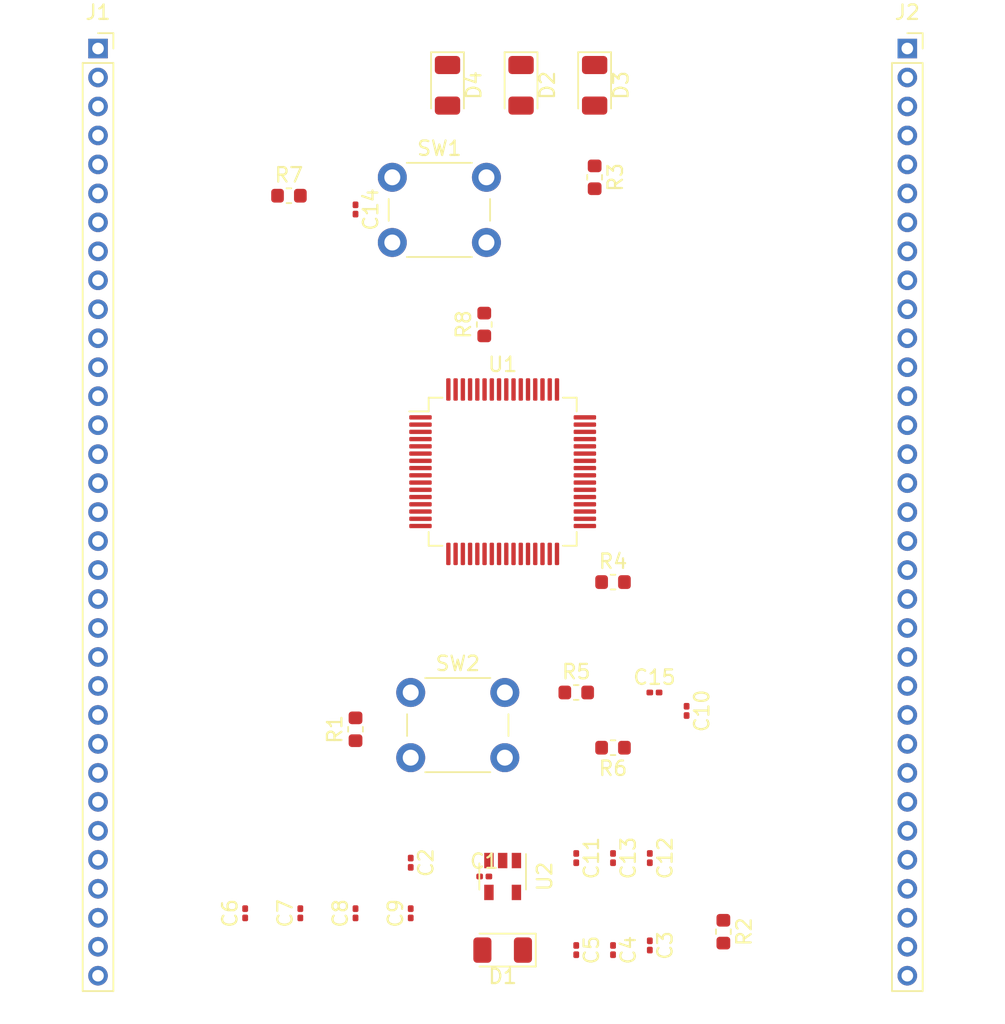
<source format=kicad_pcb>
(kicad_pcb (version 20171130) (host pcbnew "(5.1.0)-1")

  (general
    (thickness 1.6)
    (drawings 0)
    (tracks 0)
    (zones 0)
    (modules 33)
    (nets 74)
  )

  (page A4)
  (layers
    (0 F.Cu signal)
    (31 B.Cu signal)
    (32 B.Adhes user)
    (33 F.Adhes user)
    (34 B.Paste user)
    (35 F.Paste user)
    (36 B.SilkS user)
    (37 F.SilkS user)
    (38 B.Mask user)
    (39 F.Mask user)
    (40 Dwgs.User user)
    (41 Cmts.User user)
    (42 Eco1.User user)
    (43 Eco2.User user)
    (44 Edge.Cuts user)
    (45 Margin user)
    (46 B.CrtYd user)
    (47 F.CrtYd user)
    (48 B.Fab user)
    (49 F.Fab user)
  )

  (setup
    (last_trace_width 0.25)
    (trace_clearance 0.2)
    (zone_clearance 0.508)
    (zone_45_only no)
    (trace_min 0.2)
    (via_size 0.8)
    (via_drill 0.4)
    (via_min_size 0.4)
    (via_min_drill 0.3)
    (uvia_size 0.3)
    (uvia_drill 0.1)
    (uvias_allowed no)
    (uvia_min_size 0.2)
    (uvia_min_drill 0.1)
    (edge_width 0.05)
    (segment_width 0.2)
    (pcb_text_width 0.3)
    (pcb_text_size 1.5 1.5)
    (mod_edge_width 0.12)
    (mod_text_size 1 1)
    (mod_text_width 0.15)
    (pad_size 1.524 1.524)
    (pad_drill 0.762)
    (pad_to_mask_clearance 0.051)
    (solder_mask_min_width 0.25)
    (aux_axis_origin 0 0)
    (visible_elements 7FFFFFFF)
    (pcbplotparams
      (layerselection 0x010fc_ffffffff)
      (usegerberextensions false)
      (usegerberattributes false)
      (usegerberadvancedattributes false)
      (creategerberjobfile false)
      (excludeedgelayer true)
      (linewidth 0.100000)
      (plotframeref false)
      (viasonmask false)
      (mode 1)
      (useauxorigin false)
      (hpglpennumber 1)
      (hpglpenspeed 20)
      (hpglpendiameter 15.000000)
      (psnegative false)
      (psa4output false)
      (plotreference true)
      (plotvalue true)
      (plotinvisibletext false)
      (padsonsilk false)
      (subtractmaskfromsilk false)
      (outputformat 1)
      (mirror false)
      (drillshape 1)
      (scaleselection 1)
      (outputdirectory ""))
  )

  (net 0 "")
  (net 1 +5V)
  (net 2 "Net-(C3-Pad1)")
  (net 3 "Net-(C4-Pad1)")
  (net 4 +3V3)
  (net 5 VBAT)
  (net 6 NRST)
  (net 7 "Net-(C15-Pad2)")
  (net 8 "Net-(C15-Pad1)")
  (net 9 "Net-(D2-Pad2)")
  (net 10 "Net-(D3-Pad2)")
  (net 11 "Net-(D4-Pad2)")
  (net 12 PB12)
  (net 13 PB11)
  (net 14 PB10)
  (net 15 PB2)
  (net 16 PB1)
  (net 17 PB0)
  (net 18 PC5)
  (net 19 PC4)
  (net 20 PA7)
  (net 21 PA6)
  (net 22 PA5)
  (net 23 PA4)
  (net 24 PF5)
  (net 25 PF4)
  (net 26 PA3)
  (net 27 PA2)
  (net 28 PA1)
  (net 29 PA0)
  (net 30 PC3)
  (net 31 PC2)
  (net 32 PC1)
  (net 33 PC0)
  (net 34 PF0)
  (net 35 PF1)
  (net 36 PC15)
  (net 37 PC14)
  (net 38 PC13)
  (net 39 -BATT)
  (net 40 PB13)
  (net 41 PB14)
  (net 42 PB15)
  (net 43 PC6)
  (net 44 PC7)
  (net 45 PC8)
  (net 46 PC9)
  (net 47 PA8)
  (net 48 PA9)
  (net 49 PA10)
  (net 50 PA11)
  (net 51 PA12)
  (net 52 PA13)
  (net 53 PF6)
  (net 54 PF7)
  (net 55 PA14)
  (net 56 PA15)
  (net 57 PC10)
  (net 58 PC11)
  (net 59 PC12)
  (net 60 PD2)
  (net 61 PB3)
  (net 62 PB4)
  (net 63 PB5)
  (net 64 PB6)
  (net 65 PB7)
  (net 66 BOOT0)
  (net 67 PB8)
  (net 68 PB9)
  (net 69 VSS)
  (net 70 VDDA)
  (net 71 VSSA)
  (net 72 "Net-(U1-Pad6)")
  (net 73 "Net-(U1-Pad5)")

  (net_class Default "This is the default net class."
    (clearance 0.2)
    (trace_width 0.25)
    (via_dia 0.8)
    (via_drill 0.4)
    (uvia_dia 0.3)
    (uvia_drill 0.1)
    (add_net +3V3)
    (add_net +5V)
    (add_net -BATT)
    (add_net BOOT0)
    (add_net NRST)
    (add_net "Net-(C15-Pad1)")
    (add_net "Net-(C15-Pad2)")
    (add_net "Net-(C3-Pad1)")
    (add_net "Net-(C4-Pad1)")
    (add_net "Net-(D2-Pad2)")
    (add_net "Net-(D3-Pad2)")
    (add_net "Net-(D4-Pad2)")
    (add_net "Net-(U1-Pad5)")
    (add_net "Net-(U1-Pad6)")
    (add_net PA0)
    (add_net PA1)
    (add_net PA10)
    (add_net PA11)
    (add_net PA12)
    (add_net PA13)
    (add_net PA14)
    (add_net PA15)
    (add_net PA2)
    (add_net PA3)
    (add_net PA4)
    (add_net PA5)
    (add_net PA6)
    (add_net PA7)
    (add_net PA8)
    (add_net PA9)
    (add_net PB0)
    (add_net PB1)
    (add_net PB10)
    (add_net PB11)
    (add_net PB12)
    (add_net PB13)
    (add_net PB14)
    (add_net PB15)
    (add_net PB2)
    (add_net PB3)
    (add_net PB4)
    (add_net PB5)
    (add_net PB6)
    (add_net PB7)
    (add_net PB8)
    (add_net PB9)
    (add_net PC0)
    (add_net PC1)
    (add_net PC10)
    (add_net PC11)
    (add_net PC12)
    (add_net PC13)
    (add_net PC14)
    (add_net PC15)
    (add_net PC2)
    (add_net PC3)
    (add_net PC4)
    (add_net PC5)
    (add_net PC6)
    (add_net PC7)
    (add_net PC8)
    (add_net PC9)
    (add_net PD2)
    (add_net PF0)
    (add_net PF1)
    (add_net PF4)
    (add_net PF5)
    (add_net PF6)
    (add_net PF7)
    (add_net VBAT)
    (add_net VDDA)
    (add_net VSS)
    (add_net VSSA)
  )

  (module Resistor_SMD:R_0603_1608Metric (layer F.Cu) (tedit 5B301BBD) (tstamp 5C9C6016)
    (at 90.17 46.99 90)
    (descr "Resistor SMD 0603 (1608 Metric), square (rectangular) end terminal, IPC_7351 nominal, (Body size source: http://www.tortai-tech.com/upload/download/2011102023233369053.pdf), generated with kicad-footprint-generator")
    (tags resistor)
    (path /5CA0EBB8)
    (attr smd)
    (fp_text reference R8 (at 0 -1.43 90) (layer F.SilkS)
      (effects (font (size 1 1) (thickness 0.15)))
    )
    (fp_text value 510 (at 0 1.43 90) (layer F.Fab)
      (effects (font (size 1 1) (thickness 0.15)))
    )
    (fp_text user %R (at 0 0 90) (layer F.Fab)
      (effects (font (size 0.4 0.4) (thickness 0.06)))
    )
    (fp_line (start 1.48 0.73) (end -1.48 0.73) (layer F.CrtYd) (width 0.05))
    (fp_line (start 1.48 -0.73) (end 1.48 0.73) (layer F.CrtYd) (width 0.05))
    (fp_line (start -1.48 -0.73) (end 1.48 -0.73) (layer F.CrtYd) (width 0.05))
    (fp_line (start -1.48 0.73) (end -1.48 -0.73) (layer F.CrtYd) (width 0.05))
    (fp_line (start -0.162779 0.51) (end 0.162779 0.51) (layer F.SilkS) (width 0.12))
    (fp_line (start -0.162779 -0.51) (end 0.162779 -0.51) (layer F.SilkS) (width 0.12))
    (fp_line (start 0.8 0.4) (end -0.8 0.4) (layer F.Fab) (width 0.1))
    (fp_line (start 0.8 -0.4) (end 0.8 0.4) (layer F.Fab) (width 0.1))
    (fp_line (start -0.8 -0.4) (end 0.8 -0.4) (layer F.Fab) (width 0.1))
    (fp_line (start -0.8 0.4) (end -0.8 -0.4) (layer F.Fab) (width 0.1))
    (pad 2 smd roundrect (at 0.7875 0 90) (size 0.875 0.95) (layers F.Cu F.Paste F.Mask) (roundrect_rratio 0.25)
      (net 69 VSS))
    (pad 1 smd roundrect (at -0.7875 0 90) (size 0.875 0.95) (layers F.Cu F.Paste F.Mask) (roundrect_rratio 0.25)
      (net 66 BOOT0))
    (model ${KISYS3DMOD}/Resistor_SMD.3dshapes/R_0603_1608Metric.wrl
      (at (xyz 0 0 0))
      (scale (xyz 1 1 1))
      (rotate (xyz 0 0 0))
    )
  )

  (module Resistor_SMD:R_0603_1608Metric (layer F.Cu) (tedit 5B301BBD) (tstamp 5C9C45CF)
    (at 76.6825 38.1)
    (descr "Resistor SMD 0603 (1608 Metric), square (rectangular) end terminal, IPC_7351 nominal, (Body size source: http://www.tortai-tech.com/upload/download/2011102023233369053.pdf), generated with kicad-footprint-generator")
    (tags resistor)
    (path /5CA049A3)
    (attr smd)
    (fp_text reference R7 (at 0 -1.43) (layer F.SilkS)
      (effects (font (size 1 1) (thickness 0.15)))
    )
    (fp_text value 100k (at 0 1.43) (layer F.Fab)
      (effects (font (size 1 1) (thickness 0.15)))
    )
    (fp_text user %R (at 0 0) (layer F.Fab)
      (effects (font (size 0.4 0.4) (thickness 0.06)))
    )
    (fp_line (start 1.48 0.73) (end -1.48 0.73) (layer F.CrtYd) (width 0.05))
    (fp_line (start 1.48 -0.73) (end 1.48 0.73) (layer F.CrtYd) (width 0.05))
    (fp_line (start -1.48 -0.73) (end 1.48 -0.73) (layer F.CrtYd) (width 0.05))
    (fp_line (start -1.48 0.73) (end -1.48 -0.73) (layer F.CrtYd) (width 0.05))
    (fp_line (start -0.162779 0.51) (end 0.162779 0.51) (layer F.SilkS) (width 0.12))
    (fp_line (start -0.162779 -0.51) (end 0.162779 -0.51) (layer F.SilkS) (width 0.12))
    (fp_line (start 0.8 0.4) (end -0.8 0.4) (layer F.Fab) (width 0.1))
    (fp_line (start 0.8 -0.4) (end 0.8 0.4) (layer F.Fab) (width 0.1))
    (fp_line (start -0.8 -0.4) (end 0.8 -0.4) (layer F.Fab) (width 0.1))
    (fp_line (start -0.8 0.4) (end -0.8 -0.4) (layer F.Fab) (width 0.1))
    (pad 2 smd roundrect (at 0.7875 0) (size 0.875 0.95) (layers F.Cu F.Paste F.Mask) (roundrect_rratio 0.25)
      (net 5 VBAT))
    (pad 1 smd roundrect (at -0.7875 0) (size 0.875 0.95) (layers F.Cu F.Paste F.Mask) (roundrect_rratio 0.25)
      (net 6 NRST))
    (model ${KISYS3DMOD}/Resistor_SMD.3dshapes/R_0603_1608Metric.wrl
      (at (xyz 0 0 0))
      (scale (xyz 1 1 1))
      (rotate (xyz 0 0 0))
    )
  )

  (module Connector_PinSocket_2.00mm:PinSocket_1x33_P2.00mm_Vertical (layer F.Cu) (tedit 5A19A433) (tstamp 5C9C1088)
    (at 119.38 27.94)
    (descr "Through hole straight socket strip, 1x33, 2.00mm pitch, single row (from Kicad 4.0.7), script generated")
    (tags "Through hole socket strip THT 1x33 2.00mm single row")
    (path /5C9886D5)
    (fp_text reference J2 (at 0 -2.5) (layer F.SilkS)
      (effects (font (size 1 1) (thickness 0.15)))
    )
    (fp_text value Conn_01x33_Male (at 0 66.5) (layer F.Fab)
      (effects (font (size 1 1) (thickness 0.15)))
    )
    (fp_text user %R (at 0 32 90) (layer F.Fab)
      (effects (font (size 1 1) (thickness 0.15)))
    )
    (fp_line (start -1.5 65.5) (end -1.5 -1.5) (layer F.CrtYd) (width 0.05))
    (fp_line (start 1.5 65.5) (end -1.5 65.5) (layer F.CrtYd) (width 0.05))
    (fp_line (start 1.5 -1.5) (end 1.5 65.5) (layer F.CrtYd) (width 0.05))
    (fp_line (start -1.5 -1.5) (end 1.5 -1.5) (layer F.CrtYd) (width 0.05))
    (fp_line (start 0 -1.06) (end 1.06 -1.06) (layer F.SilkS) (width 0.12))
    (fp_line (start 1.06 -1.06) (end 1.06 0) (layer F.SilkS) (width 0.12))
    (fp_line (start 1.06 1) (end 1.06 65.06) (layer F.SilkS) (width 0.12))
    (fp_line (start -1.06 65.06) (end 1.06 65.06) (layer F.SilkS) (width 0.12))
    (fp_line (start -1.06 1) (end -1.06 65.06) (layer F.SilkS) (width 0.12))
    (fp_line (start -1.06 1) (end 1.06 1) (layer F.SilkS) (width 0.12))
    (fp_line (start -1 65) (end -1 -1) (layer F.Fab) (width 0.1))
    (fp_line (start 1 65) (end -1 65) (layer F.Fab) (width 0.1))
    (fp_line (start 1 -0.5) (end 1 65) (layer F.Fab) (width 0.1))
    (fp_line (start 0.5 -1) (end 1 -0.5) (layer F.Fab) (width 0.1))
    (fp_line (start -1 -1) (end 0.5 -1) (layer F.Fab) (width 0.1))
    (pad 33 thru_hole oval (at 0 64) (size 1.35 1.35) (drill 0.8) (layers *.Cu *.Mask)
      (net 69 VSS))
    (pad 32 thru_hole oval (at 0 62) (size 1.35 1.35) (drill 0.8) (layers *.Cu *.Mask)
      (net 40 PB13))
    (pad 31 thru_hole oval (at 0 60) (size 1.35 1.35) (drill 0.8) (layers *.Cu *.Mask)
      (net 41 PB14))
    (pad 30 thru_hole oval (at 0 58) (size 1.35 1.35) (drill 0.8) (layers *.Cu *.Mask)
      (net 42 PB15))
    (pad 29 thru_hole oval (at 0 56) (size 1.35 1.35) (drill 0.8) (layers *.Cu *.Mask)
      (net 43 PC6))
    (pad 28 thru_hole oval (at 0 54) (size 1.35 1.35) (drill 0.8) (layers *.Cu *.Mask)
      (net 44 PC7))
    (pad 27 thru_hole oval (at 0 52) (size 1.35 1.35) (drill 0.8) (layers *.Cu *.Mask)
      (net 45 PC8))
    (pad 26 thru_hole oval (at 0 50) (size 1.35 1.35) (drill 0.8) (layers *.Cu *.Mask)
      (net 46 PC9))
    (pad 25 thru_hole oval (at 0 48) (size 1.35 1.35) (drill 0.8) (layers *.Cu *.Mask)
      (net 47 PA8))
    (pad 24 thru_hole oval (at 0 46) (size 1.35 1.35) (drill 0.8) (layers *.Cu *.Mask)
      (net 48 PA9))
    (pad 23 thru_hole oval (at 0 44) (size 1.35 1.35) (drill 0.8) (layers *.Cu *.Mask)
      (net 49 PA10))
    (pad 22 thru_hole oval (at 0 42) (size 1.35 1.35) (drill 0.8) (layers *.Cu *.Mask)
      (net 50 PA11))
    (pad 21 thru_hole oval (at 0 40) (size 1.35 1.35) (drill 0.8) (layers *.Cu *.Mask)
      (net 51 PA12))
    (pad 20 thru_hole oval (at 0 38) (size 1.35 1.35) (drill 0.8) (layers *.Cu *.Mask)
      (net 52 PA13))
    (pad 19 thru_hole oval (at 0 36) (size 1.35 1.35) (drill 0.8) (layers *.Cu *.Mask)
      (net 53 PF6))
    (pad 18 thru_hole oval (at 0 34) (size 1.35 1.35) (drill 0.8) (layers *.Cu *.Mask)
      (net 54 PF7))
    (pad 17 thru_hole oval (at 0 32) (size 1.35 1.35) (drill 0.8) (layers *.Cu *.Mask)
      (net 55 PA14))
    (pad 16 thru_hole oval (at 0 30) (size 1.35 1.35) (drill 0.8) (layers *.Cu *.Mask)
      (net 56 PA15))
    (pad 15 thru_hole oval (at 0 28) (size 1.35 1.35) (drill 0.8) (layers *.Cu *.Mask)
      (net 57 PC10))
    (pad 14 thru_hole oval (at 0 26) (size 1.35 1.35) (drill 0.8) (layers *.Cu *.Mask)
      (net 58 PC11))
    (pad 13 thru_hole oval (at 0 24) (size 1.35 1.35) (drill 0.8) (layers *.Cu *.Mask)
      (net 59 PC12))
    (pad 12 thru_hole oval (at 0 22) (size 1.35 1.35) (drill 0.8) (layers *.Cu *.Mask)
      (net 60 PD2))
    (pad 11 thru_hole oval (at 0 20) (size 1.35 1.35) (drill 0.8) (layers *.Cu *.Mask)
      (net 61 PB3))
    (pad 10 thru_hole oval (at 0 18) (size 1.35 1.35) (drill 0.8) (layers *.Cu *.Mask)
      (net 62 PB4))
    (pad 9 thru_hole oval (at 0 16) (size 1.35 1.35) (drill 0.8) (layers *.Cu *.Mask)
      (net 63 PB5))
    (pad 8 thru_hole oval (at 0 14) (size 1.35 1.35) (drill 0.8) (layers *.Cu *.Mask)
      (net 64 PB6))
    (pad 7 thru_hole oval (at 0 12) (size 1.35 1.35) (drill 0.8) (layers *.Cu *.Mask)
      (net 65 PB7))
    (pad 6 thru_hole oval (at 0 10) (size 1.35 1.35) (drill 0.8) (layers *.Cu *.Mask)
      (net 66 BOOT0))
    (pad 5 thru_hole oval (at 0 8) (size 1.35 1.35) (drill 0.8) (layers *.Cu *.Mask)
      (net 5 VBAT))
    (pad 4 thru_hole oval (at 0 6) (size 1.35 1.35) (drill 0.8) (layers *.Cu *.Mask)
      (net 67 PB8))
    (pad 3 thru_hole oval (at 0 4) (size 1.35 1.35) (drill 0.8) (layers *.Cu *.Mask)
      (net 68 PB9))
    (pad 2 thru_hole oval (at 0 2) (size 1.35 1.35) (drill 0.8) (layers *.Cu *.Mask)
      (net 69 VSS))
    (pad 1 thru_hole rect (at 0 0) (size 1.35 1.35) (drill 0.8) (layers *.Cu *.Mask)
      (net 1 +5V))
    (model ${KISYS3DMOD}/Connector_PinSocket_2.00mm.3dshapes/PinSocket_1x33_P2.00mm_Vertical.wrl
      (at (xyz 0 0 0))
      (scale (xyz 1 1 1))
      (rotate (xyz 0 0 0))
    )
  )

  (module Connector_PinSocket_2.00mm:PinSocket_1x33_P2.00mm_Vertical (layer F.Cu) (tedit 5A19A433) (tstamp 5C9C1053)
    (at 63.5 27.94)
    (descr "Through hole straight socket strip, 1x33, 2.00mm pitch, single row (from Kicad 4.0.7), script generated")
    (tags "Through hole socket strip THT 1x33 2.00mm single row")
    (path /5C981E87)
    (fp_text reference J1 (at 0 -2.5) (layer F.SilkS)
      (effects (font (size 1 1) (thickness 0.15)))
    )
    (fp_text value Conn_01x33_Male (at 0 66.5) (layer F.Fab)
      (effects (font (size 1 1) (thickness 0.15)))
    )
    (fp_text user %R (at 0 32 90) (layer F.Fab)
      (effects (font (size 1 1) (thickness 0.15)))
    )
    (fp_line (start -1.5 65.5) (end -1.5 -1.5) (layer F.CrtYd) (width 0.05))
    (fp_line (start 1.5 65.5) (end -1.5 65.5) (layer F.CrtYd) (width 0.05))
    (fp_line (start 1.5 -1.5) (end 1.5 65.5) (layer F.CrtYd) (width 0.05))
    (fp_line (start -1.5 -1.5) (end 1.5 -1.5) (layer F.CrtYd) (width 0.05))
    (fp_line (start 0 -1.06) (end 1.06 -1.06) (layer F.SilkS) (width 0.12))
    (fp_line (start 1.06 -1.06) (end 1.06 0) (layer F.SilkS) (width 0.12))
    (fp_line (start 1.06 1) (end 1.06 65.06) (layer F.SilkS) (width 0.12))
    (fp_line (start -1.06 65.06) (end 1.06 65.06) (layer F.SilkS) (width 0.12))
    (fp_line (start -1.06 1) (end -1.06 65.06) (layer F.SilkS) (width 0.12))
    (fp_line (start -1.06 1) (end 1.06 1) (layer F.SilkS) (width 0.12))
    (fp_line (start -1 65) (end -1 -1) (layer F.Fab) (width 0.1))
    (fp_line (start 1 65) (end -1 65) (layer F.Fab) (width 0.1))
    (fp_line (start 1 -0.5) (end 1 65) (layer F.Fab) (width 0.1))
    (fp_line (start 0.5 -1) (end 1 -0.5) (layer F.Fab) (width 0.1))
    (fp_line (start -1 -1) (end 0.5 -1) (layer F.Fab) (width 0.1))
    (pad 33 thru_hole oval (at 0 64) (size 1.35 1.35) (drill 0.8) (layers *.Cu *.Mask)
      (net 69 VSS))
    (pad 32 thru_hole oval (at 0 62) (size 1.35 1.35) (drill 0.8) (layers *.Cu *.Mask)
      (net 12 PB12))
    (pad 31 thru_hole oval (at 0 60) (size 1.35 1.35) (drill 0.8) (layers *.Cu *.Mask)
      (net 13 PB11))
    (pad 30 thru_hole oval (at 0 58) (size 1.35 1.35) (drill 0.8) (layers *.Cu *.Mask)
      (net 14 PB10))
    (pad 29 thru_hole oval (at 0 56) (size 1.35 1.35) (drill 0.8) (layers *.Cu *.Mask)
      (net 15 PB2))
    (pad 28 thru_hole oval (at 0 54) (size 1.35 1.35) (drill 0.8) (layers *.Cu *.Mask)
      (net 16 PB1))
    (pad 27 thru_hole oval (at 0 52) (size 1.35 1.35) (drill 0.8) (layers *.Cu *.Mask)
      (net 17 PB0))
    (pad 26 thru_hole oval (at 0 50) (size 1.35 1.35) (drill 0.8) (layers *.Cu *.Mask)
      (net 18 PC5))
    (pad 25 thru_hole oval (at 0 48) (size 1.35 1.35) (drill 0.8) (layers *.Cu *.Mask)
      (net 19 PC4))
    (pad 24 thru_hole oval (at 0 46) (size 1.35 1.35) (drill 0.8) (layers *.Cu *.Mask)
      (net 20 PA7))
    (pad 23 thru_hole oval (at 0 44) (size 1.35 1.35) (drill 0.8) (layers *.Cu *.Mask)
      (net 21 PA6))
    (pad 22 thru_hole oval (at 0 42) (size 1.35 1.35) (drill 0.8) (layers *.Cu *.Mask)
      (net 22 PA5))
    (pad 21 thru_hole oval (at 0 40) (size 1.35 1.35) (drill 0.8) (layers *.Cu *.Mask)
      (net 23 PA4))
    (pad 20 thru_hole oval (at 0 38) (size 1.35 1.35) (drill 0.8) (layers *.Cu *.Mask)
      (net 24 PF5))
    (pad 19 thru_hole oval (at 0 36) (size 1.35 1.35) (drill 0.8) (layers *.Cu *.Mask)
      (net 25 PF4))
    (pad 18 thru_hole oval (at 0 34) (size 1.35 1.35) (drill 0.8) (layers *.Cu *.Mask)
      (net 26 PA3))
    (pad 17 thru_hole oval (at 0 32) (size 1.35 1.35) (drill 0.8) (layers *.Cu *.Mask)
      (net 27 PA2))
    (pad 16 thru_hole oval (at 0 30) (size 1.35 1.35) (drill 0.8) (layers *.Cu *.Mask)
      (net 28 PA1))
    (pad 15 thru_hole oval (at 0 28) (size 1.35 1.35) (drill 0.8) (layers *.Cu *.Mask)
      (net 29 PA0))
    (pad 14 thru_hole oval (at 0 26) (size 1.35 1.35) (drill 0.8) (layers *.Cu *.Mask)
      (net 30 PC3))
    (pad 13 thru_hole oval (at 0 24) (size 1.35 1.35) (drill 0.8) (layers *.Cu *.Mask)
      (net 31 PC2))
    (pad 12 thru_hole oval (at 0 22) (size 1.35 1.35) (drill 0.8) (layers *.Cu *.Mask)
      (net 32 PC1))
    (pad 11 thru_hole oval (at 0 20) (size 1.35 1.35) (drill 0.8) (layers *.Cu *.Mask)
      (net 33 PC0))
    (pad 10 thru_hole oval (at 0 18) (size 1.35 1.35) (drill 0.8) (layers *.Cu *.Mask)
      (net 6 NRST))
    (pad 9 thru_hole oval (at 0 16) (size 1.35 1.35) (drill 0.8) (layers *.Cu *.Mask)
      (net 69 VSS))
    (pad 8 thru_hole oval (at 0 14) (size 1.35 1.35) (drill 0.8) (layers *.Cu *.Mask)
      (net 34 PF0))
    (pad 7 thru_hole oval (at 0 12) (size 1.35 1.35) (drill 0.8) (layers *.Cu *.Mask)
      (net 35 PF1))
    (pad 6 thru_hole oval (at 0 10) (size 1.35 1.35) (drill 0.8) (layers *.Cu *.Mask)
      (net 36 PC15))
    (pad 5 thru_hole oval (at 0 8) (size 1.35 1.35) (drill 0.8) (layers *.Cu *.Mask)
      (net 37 PC14))
    (pad 4 thru_hole oval (at 0 6) (size 1.35 1.35) (drill 0.8) (layers *.Cu *.Mask)
      (net 38 PC13))
    (pad 3 thru_hole oval (at 0 4) (size 1.35 1.35) (drill 0.8) (layers *.Cu *.Mask)
      (net 39 -BATT))
    (pad 2 thru_hole oval (at 0 2) (size 1.35 1.35) (drill 0.8) (layers *.Cu *.Mask)
      (net 69 VSS))
    (pad 1 thru_hole rect (at 0 0) (size 1.35 1.35) (drill 0.8) (layers *.Cu *.Mask)
      (net 5 VBAT))
    (model ${KISYS3DMOD}/Connector_PinSocket_2.00mm.3dshapes/PinSocket_1x33_P2.00mm_Vertical.wrl
      (at (xyz 0 0 0))
      (scale (xyz 1 1 1))
      (rotate (xyz 0 0 0))
    )
  )

  (module Button_Switch_THT:SW_PUSH_6mm (layer F.Cu) (tedit 5A02FE31) (tstamp 5C9B96C9)
    (at 85.09 72.39)
    (descr https://www.omron.com/ecb/products/pdf/en-b3f.pdf)
    (tags "tact sw push 6mm")
    (path /5CA3A8CA)
    (fp_text reference SW2 (at 3.25 -2) (layer F.SilkS)
      (effects (font (size 1 1) (thickness 0.15)))
    )
    (fp_text value SW_Push (at 3.75 6.7) (layer F.Fab)
      (effects (font (size 1 1) (thickness 0.15)))
    )
    (fp_circle (center 3.25 2.25) (end 1.25 2.5) (layer F.Fab) (width 0.1))
    (fp_line (start 6.75 3) (end 6.75 1.5) (layer F.SilkS) (width 0.12))
    (fp_line (start 5.5 -1) (end 1 -1) (layer F.SilkS) (width 0.12))
    (fp_line (start -0.25 1.5) (end -0.25 3) (layer F.SilkS) (width 0.12))
    (fp_line (start 1 5.5) (end 5.5 5.5) (layer F.SilkS) (width 0.12))
    (fp_line (start 8 -1.25) (end 8 5.75) (layer F.CrtYd) (width 0.05))
    (fp_line (start 7.75 6) (end -1.25 6) (layer F.CrtYd) (width 0.05))
    (fp_line (start -1.5 5.75) (end -1.5 -1.25) (layer F.CrtYd) (width 0.05))
    (fp_line (start -1.25 -1.5) (end 7.75 -1.5) (layer F.CrtYd) (width 0.05))
    (fp_line (start -1.5 6) (end -1.25 6) (layer F.CrtYd) (width 0.05))
    (fp_line (start -1.5 5.75) (end -1.5 6) (layer F.CrtYd) (width 0.05))
    (fp_line (start -1.5 -1.5) (end -1.25 -1.5) (layer F.CrtYd) (width 0.05))
    (fp_line (start -1.5 -1.25) (end -1.5 -1.5) (layer F.CrtYd) (width 0.05))
    (fp_line (start 8 -1.5) (end 8 -1.25) (layer F.CrtYd) (width 0.05))
    (fp_line (start 7.75 -1.5) (end 8 -1.5) (layer F.CrtYd) (width 0.05))
    (fp_line (start 8 6) (end 8 5.75) (layer F.CrtYd) (width 0.05))
    (fp_line (start 7.75 6) (end 8 6) (layer F.CrtYd) (width 0.05))
    (fp_line (start 0.25 -0.75) (end 3.25 -0.75) (layer F.Fab) (width 0.1))
    (fp_line (start 0.25 5.25) (end 0.25 -0.75) (layer F.Fab) (width 0.1))
    (fp_line (start 6.25 5.25) (end 0.25 5.25) (layer F.Fab) (width 0.1))
    (fp_line (start 6.25 -0.75) (end 6.25 5.25) (layer F.Fab) (width 0.1))
    (fp_line (start 3.25 -0.75) (end 6.25 -0.75) (layer F.Fab) (width 0.1))
    (fp_text user %R (at 3.25 2.25) (layer F.Fab)
      (effects (font (size 1 1) (thickness 0.15)))
    )
    (pad 1 thru_hole circle (at 6.5 0 90) (size 2 2) (drill 1.1) (layers *.Cu *.Mask)
      (net 5 VBAT))
    (pad 2 thru_hole circle (at 6.5 4.5 90) (size 2 2) (drill 1.1) (layers *.Cu *.Mask)
      (net 7 "Net-(C15-Pad2)"))
    (pad 1 thru_hole circle (at 0 0 90) (size 2 2) (drill 1.1) (layers *.Cu *.Mask)
      (net 5 VBAT))
    (pad 2 thru_hole circle (at 0 4.5 90) (size 2 2) (drill 1.1) (layers *.Cu *.Mask)
      (net 7 "Net-(C15-Pad2)"))
    (model ${KISYS3DMOD}/Button_Switch_THT.3dshapes/SW_PUSH_6mm.wrl
      (at (xyz 0 0 0))
      (scale (xyz 1 1 1))
      (rotate (xyz 0 0 0))
    )
  )

  (module Button_Switch_THT:SW_PUSH_6mm (layer F.Cu) (tedit 5A02FE31) (tstamp 5C9B96AA)
    (at 83.82 36.83)
    (descr https://www.omron.com/ecb/products/pdf/en-b3f.pdf)
    (tags "tact sw push 6mm")
    (path /5CA23C9E)
    (fp_text reference SW1 (at 3.25 -2) (layer F.SilkS)
      (effects (font (size 1 1) (thickness 0.15)))
    )
    (fp_text value SW_Push (at 3.75 6.7) (layer F.Fab)
      (effects (font (size 1 1) (thickness 0.15)))
    )
    (fp_circle (center 3.25 2.25) (end 1.25 2.5) (layer F.Fab) (width 0.1))
    (fp_line (start 6.75 3) (end 6.75 1.5) (layer F.SilkS) (width 0.12))
    (fp_line (start 5.5 -1) (end 1 -1) (layer F.SilkS) (width 0.12))
    (fp_line (start -0.25 1.5) (end -0.25 3) (layer F.SilkS) (width 0.12))
    (fp_line (start 1 5.5) (end 5.5 5.5) (layer F.SilkS) (width 0.12))
    (fp_line (start 8 -1.25) (end 8 5.75) (layer F.CrtYd) (width 0.05))
    (fp_line (start 7.75 6) (end -1.25 6) (layer F.CrtYd) (width 0.05))
    (fp_line (start -1.5 5.75) (end -1.5 -1.25) (layer F.CrtYd) (width 0.05))
    (fp_line (start -1.25 -1.5) (end 7.75 -1.5) (layer F.CrtYd) (width 0.05))
    (fp_line (start -1.5 6) (end -1.25 6) (layer F.CrtYd) (width 0.05))
    (fp_line (start -1.5 5.75) (end -1.5 6) (layer F.CrtYd) (width 0.05))
    (fp_line (start -1.5 -1.5) (end -1.25 -1.5) (layer F.CrtYd) (width 0.05))
    (fp_line (start -1.5 -1.25) (end -1.5 -1.5) (layer F.CrtYd) (width 0.05))
    (fp_line (start 8 -1.5) (end 8 -1.25) (layer F.CrtYd) (width 0.05))
    (fp_line (start 7.75 -1.5) (end 8 -1.5) (layer F.CrtYd) (width 0.05))
    (fp_line (start 8 6) (end 8 5.75) (layer F.CrtYd) (width 0.05))
    (fp_line (start 7.75 6) (end 8 6) (layer F.CrtYd) (width 0.05))
    (fp_line (start 0.25 -0.75) (end 3.25 -0.75) (layer F.Fab) (width 0.1))
    (fp_line (start 0.25 5.25) (end 0.25 -0.75) (layer F.Fab) (width 0.1))
    (fp_line (start 6.25 5.25) (end 0.25 5.25) (layer F.Fab) (width 0.1))
    (fp_line (start 6.25 -0.75) (end 6.25 5.25) (layer F.Fab) (width 0.1))
    (fp_line (start 3.25 -0.75) (end 6.25 -0.75) (layer F.Fab) (width 0.1))
    (fp_text user %R (at 3.25 2.25) (layer F.Fab)
      (effects (font (size 1 1) (thickness 0.15)))
    )
    (pad 1 thru_hole circle (at 6.5 0 90) (size 2 2) (drill 1.1) (layers *.Cu *.Mask)
      (net 6 NRST))
    (pad 2 thru_hole circle (at 6.5 4.5 90) (size 2 2) (drill 1.1) (layers *.Cu *.Mask)
      (net 69 VSS))
    (pad 1 thru_hole circle (at 0 0 90) (size 2 2) (drill 1.1) (layers *.Cu *.Mask)
      (net 6 NRST))
    (pad 2 thru_hole circle (at 0 4.5 90) (size 2 2) (drill 1.1) (layers *.Cu *.Mask)
      (net 69 VSS))
    (model ${KISYS3DMOD}/Button_Switch_THT.3dshapes/SW_PUSH_6mm.wrl
      (at (xyz 0 0 0))
      (scale (xyz 1 1 1))
      (rotate (xyz 0 0 0))
    )
  )

  (module Package_TO_SOT_SMD:SOT-23-5 (layer F.Cu) (tedit 5A02FF57) (tstamp 5C99B7C6)
    (at 91.44 85.09 270)
    (descr "5-pin SOT23 package")
    (tags SOT-23-5)
    (path /5C9CBB6E)
    (attr smd)
    (fp_text reference U2 (at 0 -2.9 270) (layer F.SilkS)
      (effects (font (size 1 1) (thickness 0.15)))
    )
    (fp_text value LD3985M33R_SOT23 (at 0 2.9 270) (layer F.Fab)
      (effects (font (size 1 1) (thickness 0.15)))
    )
    (fp_line (start 0.9 -1.55) (end 0.9 1.55) (layer F.Fab) (width 0.1))
    (fp_line (start 0.9 1.55) (end -0.9 1.55) (layer F.Fab) (width 0.1))
    (fp_line (start -0.9 -0.9) (end -0.9 1.55) (layer F.Fab) (width 0.1))
    (fp_line (start 0.9 -1.55) (end -0.25 -1.55) (layer F.Fab) (width 0.1))
    (fp_line (start -0.9 -0.9) (end -0.25 -1.55) (layer F.Fab) (width 0.1))
    (fp_line (start -1.9 1.8) (end -1.9 -1.8) (layer F.CrtYd) (width 0.05))
    (fp_line (start 1.9 1.8) (end -1.9 1.8) (layer F.CrtYd) (width 0.05))
    (fp_line (start 1.9 -1.8) (end 1.9 1.8) (layer F.CrtYd) (width 0.05))
    (fp_line (start -1.9 -1.8) (end 1.9 -1.8) (layer F.CrtYd) (width 0.05))
    (fp_line (start 0.9 -1.61) (end -1.55 -1.61) (layer F.SilkS) (width 0.12))
    (fp_line (start -0.9 1.61) (end 0.9 1.61) (layer F.SilkS) (width 0.12))
    (fp_text user %R (at 0 0) (layer F.Fab)
      (effects (font (size 0.5 0.5) (thickness 0.075)))
    )
    (pad 5 smd rect (at 1.1 -0.95 270) (size 1.06 0.65) (layers F.Cu F.Paste F.Mask)
      (net 3 "Net-(C4-Pad1)"))
    (pad 4 smd rect (at 1.1 0.95 270) (size 1.06 0.65) (layers F.Cu F.Paste F.Mask)
      (net 2 "Net-(C3-Pad1)"))
    (pad 3 smd rect (at -1.1 0.95 270) (size 1.06 0.65) (layers F.Cu F.Paste F.Mask)
      (net 1 +5V))
    (pad 2 smd rect (at -1.1 0 270) (size 1.06 0.65) (layers F.Cu F.Paste F.Mask)
      (net 69 VSS))
    (pad 1 smd rect (at -1.1 -0.95 270) (size 1.06 0.65) (layers F.Cu F.Paste F.Mask)
      (net 1 +5V))
    (model ${KISYS3DMOD}/Package_TO_SOT_SMD.3dshapes/SOT-23-5.wrl
      (at (xyz 0 0 0))
      (scale (xyz 1 1 1))
      (rotate (xyz 0 0 0))
    )
  )

  (module Package_QFP:LQFP-64_10x10mm_P0.5mm (layer F.Cu) (tedit 5C194D4E) (tstamp 5C99B7B1)
    (at 91.44 57.15)
    (descr "LQFP, 64 Pin (https://www.analog.com/media/en/technical-documentation/data-sheets/ad7606_7606-6_7606-4.pdf), generated with kicad-footprint-generator ipc_gullwing_generator.py")
    (tags "LQFP QFP")
    (path /5C97F72B)
    (attr smd)
    (fp_text reference U1 (at 0 -7.4) (layer F.SilkS)
      (effects (font (size 1 1) (thickness 0.15)))
    )
    (fp_text value STM32F051R8Tx (at 0 7.4) (layer F.Fab)
      (effects (font (size 1 1) (thickness 0.15)))
    )
    (fp_text user %R (at 0 0) (layer F.Fab)
      (effects (font (size 1 1) (thickness 0.15)))
    )
    (fp_line (start 6.7 4.15) (end 6.7 0) (layer F.CrtYd) (width 0.05))
    (fp_line (start 5.25 4.15) (end 6.7 4.15) (layer F.CrtYd) (width 0.05))
    (fp_line (start 5.25 5.25) (end 5.25 4.15) (layer F.CrtYd) (width 0.05))
    (fp_line (start 4.15 5.25) (end 5.25 5.25) (layer F.CrtYd) (width 0.05))
    (fp_line (start 4.15 6.7) (end 4.15 5.25) (layer F.CrtYd) (width 0.05))
    (fp_line (start 0 6.7) (end 4.15 6.7) (layer F.CrtYd) (width 0.05))
    (fp_line (start -6.7 4.15) (end -6.7 0) (layer F.CrtYd) (width 0.05))
    (fp_line (start -5.25 4.15) (end -6.7 4.15) (layer F.CrtYd) (width 0.05))
    (fp_line (start -5.25 5.25) (end -5.25 4.15) (layer F.CrtYd) (width 0.05))
    (fp_line (start -4.15 5.25) (end -5.25 5.25) (layer F.CrtYd) (width 0.05))
    (fp_line (start -4.15 6.7) (end -4.15 5.25) (layer F.CrtYd) (width 0.05))
    (fp_line (start 0 6.7) (end -4.15 6.7) (layer F.CrtYd) (width 0.05))
    (fp_line (start 6.7 -4.15) (end 6.7 0) (layer F.CrtYd) (width 0.05))
    (fp_line (start 5.25 -4.15) (end 6.7 -4.15) (layer F.CrtYd) (width 0.05))
    (fp_line (start 5.25 -5.25) (end 5.25 -4.15) (layer F.CrtYd) (width 0.05))
    (fp_line (start 4.15 -5.25) (end 5.25 -5.25) (layer F.CrtYd) (width 0.05))
    (fp_line (start 4.15 -6.7) (end 4.15 -5.25) (layer F.CrtYd) (width 0.05))
    (fp_line (start 0 -6.7) (end 4.15 -6.7) (layer F.CrtYd) (width 0.05))
    (fp_line (start -6.7 -4.15) (end -6.7 0) (layer F.CrtYd) (width 0.05))
    (fp_line (start -5.25 -4.15) (end -6.7 -4.15) (layer F.CrtYd) (width 0.05))
    (fp_line (start -5.25 -5.25) (end -5.25 -4.15) (layer F.CrtYd) (width 0.05))
    (fp_line (start -4.15 -5.25) (end -5.25 -5.25) (layer F.CrtYd) (width 0.05))
    (fp_line (start -4.15 -6.7) (end -4.15 -5.25) (layer F.CrtYd) (width 0.05))
    (fp_line (start 0 -6.7) (end -4.15 -6.7) (layer F.CrtYd) (width 0.05))
    (fp_line (start -5 -4) (end -4 -5) (layer F.Fab) (width 0.1))
    (fp_line (start -5 5) (end -5 -4) (layer F.Fab) (width 0.1))
    (fp_line (start 5 5) (end -5 5) (layer F.Fab) (width 0.1))
    (fp_line (start 5 -5) (end 5 5) (layer F.Fab) (width 0.1))
    (fp_line (start -4 -5) (end 5 -5) (layer F.Fab) (width 0.1))
    (fp_line (start -5.11 -4.16) (end -6.45 -4.16) (layer F.SilkS) (width 0.12))
    (fp_line (start -5.11 -5.11) (end -5.11 -4.16) (layer F.SilkS) (width 0.12))
    (fp_line (start -4.16 -5.11) (end -5.11 -5.11) (layer F.SilkS) (width 0.12))
    (fp_line (start 5.11 -5.11) (end 5.11 -4.16) (layer F.SilkS) (width 0.12))
    (fp_line (start 4.16 -5.11) (end 5.11 -5.11) (layer F.SilkS) (width 0.12))
    (fp_line (start -5.11 5.11) (end -5.11 4.16) (layer F.SilkS) (width 0.12))
    (fp_line (start -4.16 5.11) (end -5.11 5.11) (layer F.SilkS) (width 0.12))
    (fp_line (start 5.11 5.11) (end 5.11 4.16) (layer F.SilkS) (width 0.12))
    (fp_line (start 4.16 5.11) (end 5.11 5.11) (layer F.SilkS) (width 0.12))
    (pad 64 smd roundrect (at -3.75 -5.675) (size 0.3 1.55) (layers F.Cu F.Paste F.Mask) (roundrect_rratio 0.25)
      (net 5 VBAT))
    (pad 63 smd roundrect (at -3.25 -5.675) (size 0.3 1.55) (layers F.Cu F.Paste F.Mask) (roundrect_rratio 0.25)
      (net 69 VSS))
    (pad 62 smd roundrect (at -2.75 -5.675) (size 0.3 1.55) (layers F.Cu F.Paste F.Mask) (roundrect_rratio 0.25)
      (net 68 PB9))
    (pad 61 smd roundrect (at -2.25 -5.675) (size 0.3 1.55) (layers F.Cu F.Paste F.Mask) (roundrect_rratio 0.25)
      (net 67 PB8))
    (pad 60 smd roundrect (at -1.75 -5.675) (size 0.3 1.55) (layers F.Cu F.Paste F.Mask) (roundrect_rratio 0.25)
      (net 66 BOOT0))
    (pad 59 smd roundrect (at -1.25 -5.675) (size 0.3 1.55) (layers F.Cu F.Paste F.Mask) (roundrect_rratio 0.25)
      (net 65 PB7))
    (pad 58 smd roundrect (at -0.75 -5.675) (size 0.3 1.55) (layers F.Cu F.Paste F.Mask) (roundrect_rratio 0.25)
      (net 64 PB6))
    (pad 57 smd roundrect (at -0.25 -5.675) (size 0.3 1.55) (layers F.Cu F.Paste F.Mask) (roundrect_rratio 0.25)
      (net 63 PB5))
    (pad 56 smd roundrect (at 0.25 -5.675) (size 0.3 1.55) (layers F.Cu F.Paste F.Mask) (roundrect_rratio 0.25)
      (net 62 PB4))
    (pad 55 smd roundrect (at 0.75 -5.675) (size 0.3 1.55) (layers F.Cu F.Paste F.Mask) (roundrect_rratio 0.25)
      (net 61 PB3))
    (pad 54 smd roundrect (at 1.25 -5.675) (size 0.3 1.55) (layers F.Cu F.Paste F.Mask) (roundrect_rratio 0.25)
      (net 60 PD2))
    (pad 53 smd roundrect (at 1.75 -5.675) (size 0.3 1.55) (layers F.Cu F.Paste F.Mask) (roundrect_rratio 0.25)
      (net 59 PC12))
    (pad 52 smd roundrect (at 2.25 -5.675) (size 0.3 1.55) (layers F.Cu F.Paste F.Mask) (roundrect_rratio 0.25)
      (net 58 PC11))
    (pad 51 smd roundrect (at 2.75 -5.675) (size 0.3 1.55) (layers F.Cu F.Paste F.Mask) (roundrect_rratio 0.25)
      (net 57 PC10))
    (pad 50 smd roundrect (at 3.25 -5.675) (size 0.3 1.55) (layers F.Cu F.Paste F.Mask) (roundrect_rratio 0.25)
      (net 56 PA15))
    (pad 49 smd roundrect (at 3.75 -5.675) (size 0.3 1.55) (layers F.Cu F.Paste F.Mask) (roundrect_rratio 0.25)
      (net 55 PA14))
    (pad 48 smd roundrect (at 5.675 -3.75) (size 1.55 0.3) (layers F.Cu F.Paste F.Mask) (roundrect_rratio 0.25)
      (net 54 PF7))
    (pad 47 smd roundrect (at 5.675 -3.25) (size 1.55 0.3) (layers F.Cu F.Paste F.Mask) (roundrect_rratio 0.25)
      (net 53 PF6))
    (pad 46 smd roundrect (at 5.675 -2.75) (size 1.55 0.3) (layers F.Cu F.Paste F.Mask) (roundrect_rratio 0.25)
      (net 52 PA13))
    (pad 45 smd roundrect (at 5.675 -2.25) (size 1.55 0.3) (layers F.Cu F.Paste F.Mask) (roundrect_rratio 0.25)
      (net 51 PA12))
    (pad 44 smd roundrect (at 5.675 -1.75) (size 1.55 0.3) (layers F.Cu F.Paste F.Mask) (roundrect_rratio 0.25)
      (net 50 PA11))
    (pad 43 smd roundrect (at 5.675 -1.25) (size 1.55 0.3) (layers F.Cu F.Paste F.Mask) (roundrect_rratio 0.25)
      (net 49 PA10))
    (pad 42 smd roundrect (at 5.675 -0.75) (size 1.55 0.3) (layers F.Cu F.Paste F.Mask) (roundrect_rratio 0.25)
      (net 48 PA9))
    (pad 41 smd roundrect (at 5.675 -0.25) (size 1.55 0.3) (layers F.Cu F.Paste F.Mask) (roundrect_rratio 0.25)
      (net 47 PA8))
    (pad 40 smd roundrect (at 5.675 0.25) (size 1.55 0.3) (layers F.Cu F.Paste F.Mask) (roundrect_rratio 0.25)
      (net 46 PC9))
    (pad 39 smd roundrect (at 5.675 0.75) (size 1.55 0.3) (layers F.Cu F.Paste F.Mask) (roundrect_rratio 0.25)
      (net 45 PC8))
    (pad 38 smd roundrect (at 5.675 1.25) (size 1.55 0.3) (layers F.Cu F.Paste F.Mask) (roundrect_rratio 0.25)
      (net 44 PC7))
    (pad 37 smd roundrect (at 5.675 1.75) (size 1.55 0.3) (layers F.Cu F.Paste F.Mask) (roundrect_rratio 0.25)
      (net 43 PC6))
    (pad 36 smd roundrect (at 5.675 2.25) (size 1.55 0.3) (layers F.Cu F.Paste F.Mask) (roundrect_rratio 0.25)
      (net 42 PB15))
    (pad 35 smd roundrect (at 5.675 2.75) (size 1.55 0.3) (layers F.Cu F.Paste F.Mask) (roundrect_rratio 0.25)
      (net 41 PB14))
    (pad 34 smd roundrect (at 5.675 3.25) (size 1.55 0.3) (layers F.Cu F.Paste F.Mask) (roundrect_rratio 0.25)
      (net 40 PB13))
    (pad 33 smd roundrect (at 5.675 3.75) (size 1.55 0.3) (layers F.Cu F.Paste F.Mask) (roundrect_rratio 0.25)
      (net 12 PB12))
    (pad 32 smd roundrect (at 3.75 5.675) (size 0.3 1.55) (layers F.Cu F.Paste F.Mask) (roundrect_rratio 0.25)
      (net 5 VBAT))
    (pad 31 smd roundrect (at 3.25 5.675) (size 0.3 1.55) (layers F.Cu F.Paste F.Mask) (roundrect_rratio 0.25)
      (net 69 VSS))
    (pad 30 smd roundrect (at 2.75 5.675) (size 0.3 1.55) (layers F.Cu F.Paste F.Mask) (roundrect_rratio 0.25)
      (net 13 PB11))
    (pad 29 smd roundrect (at 2.25 5.675) (size 0.3 1.55) (layers F.Cu F.Paste F.Mask) (roundrect_rratio 0.25)
      (net 14 PB10))
    (pad 28 smd roundrect (at 1.75 5.675) (size 0.3 1.55) (layers F.Cu F.Paste F.Mask) (roundrect_rratio 0.25)
      (net 15 PB2))
    (pad 27 smd roundrect (at 1.25 5.675) (size 0.3 1.55) (layers F.Cu F.Paste F.Mask) (roundrect_rratio 0.25)
      (net 16 PB1))
    (pad 26 smd roundrect (at 0.75 5.675) (size 0.3 1.55) (layers F.Cu F.Paste F.Mask) (roundrect_rratio 0.25)
      (net 17 PB0))
    (pad 25 smd roundrect (at 0.25 5.675) (size 0.3 1.55) (layers F.Cu F.Paste F.Mask) (roundrect_rratio 0.25)
      (net 18 PC5))
    (pad 24 smd roundrect (at -0.25 5.675) (size 0.3 1.55) (layers F.Cu F.Paste F.Mask) (roundrect_rratio 0.25)
      (net 19 PC4))
    (pad 23 smd roundrect (at -0.75 5.675) (size 0.3 1.55) (layers F.Cu F.Paste F.Mask) (roundrect_rratio 0.25)
      (net 20 PA7))
    (pad 22 smd roundrect (at -1.25 5.675) (size 0.3 1.55) (layers F.Cu F.Paste F.Mask) (roundrect_rratio 0.25)
      (net 21 PA6))
    (pad 21 smd roundrect (at -1.75 5.675) (size 0.3 1.55) (layers F.Cu F.Paste F.Mask) (roundrect_rratio 0.25)
      (net 22 PA5))
    (pad 20 smd roundrect (at -2.25 5.675) (size 0.3 1.55) (layers F.Cu F.Paste F.Mask) (roundrect_rratio 0.25)
      (net 23 PA4))
    (pad 19 smd roundrect (at -2.75 5.675) (size 0.3 1.55) (layers F.Cu F.Paste F.Mask) (roundrect_rratio 0.25)
      (net 24 PF5))
    (pad 18 smd roundrect (at -3.25 5.675) (size 0.3 1.55) (layers F.Cu F.Paste F.Mask) (roundrect_rratio 0.25)
      (net 25 PF4))
    (pad 17 smd roundrect (at -3.75 5.675) (size 0.3 1.55) (layers F.Cu F.Paste F.Mask) (roundrect_rratio 0.25)
      (net 26 PA3))
    (pad 16 smd roundrect (at -5.675 3.75) (size 1.55 0.3) (layers F.Cu F.Paste F.Mask) (roundrect_rratio 0.25)
      (net 27 PA2))
    (pad 15 smd roundrect (at -5.675 3.25) (size 1.55 0.3) (layers F.Cu F.Paste F.Mask) (roundrect_rratio 0.25)
      (net 28 PA1))
    (pad 14 smd roundrect (at -5.675 2.75) (size 1.55 0.3) (layers F.Cu F.Paste F.Mask) (roundrect_rratio 0.25)
      (net 29 PA0))
    (pad 13 smd roundrect (at -5.675 2.25) (size 1.55 0.3) (layers F.Cu F.Paste F.Mask) (roundrect_rratio 0.25)
      (net 70 VDDA))
    (pad 12 smd roundrect (at -5.675 1.75) (size 1.55 0.3) (layers F.Cu F.Paste F.Mask) (roundrect_rratio 0.25)
      (net 71 VSSA))
    (pad 11 smd roundrect (at -5.675 1.25) (size 1.55 0.3) (layers F.Cu F.Paste F.Mask) (roundrect_rratio 0.25)
      (net 30 PC3))
    (pad 10 smd roundrect (at -5.675 0.75) (size 1.55 0.3) (layers F.Cu F.Paste F.Mask) (roundrect_rratio 0.25)
      (net 31 PC2))
    (pad 9 smd roundrect (at -5.675 0.25) (size 1.55 0.3) (layers F.Cu F.Paste F.Mask) (roundrect_rratio 0.25)
      (net 32 PC1))
    (pad 8 smd roundrect (at -5.675 -0.25) (size 1.55 0.3) (layers F.Cu F.Paste F.Mask) (roundrect_rratio 0.25)
      (net 33 PC0))
    (pad 7 smd roundrect (at -5.675 -0.75) (size 1.55 0.3) (layers F.Cu F.Paste F.Mask) (roundrect_rratio 0.25)
      (net 6 NRST))
    (pad 6 smd roundrect (at -5.675 -1.25) (size 1.55 0.3) (layers F.Cu F.Paste F.Mask) (roundrect_rratio 0.25)
      (net 72 "Net-(U1-Pad6)"))
    (pad 5 smd roundrect (at -5.675 -1.75) (size 1.55 0.3) (layers F.Cu F.Paste F.Mask) (roundrect_rratio 0.25)
      (net 73 "Net-(U1-Pad5)"))
    (pad 4 smd roundrect (at -5.675 -2.25) (size 1.55 0.3) (layers F.Cu F.Paste F.Mask) (roundrect_rratio 0.25)
      (net 36 PC15))
    (pad 3 smd roundrect (at -5.675 -2.75) (size 1.55 0.3) (layers F.Cu F.Paste F.Mask) (roundrect_rratio 0.25)
      (net 37 PC14))
    (pad 2 smd roundrect (at -5.675 -3.25) (size 1.55 0.3) (layers F.Cu F.Paste F.Mask) (roundrect_rratio 0.25)
      (net 38 PC13))
    (pad 1 smd roundrect (at -5.675 -3.75) (size 1.55 0.3) (layers F.Cu F.Paste F.Mask) (roundrect_rratio 0.25)
      (net 5 VBAT))
    (model ${KISYS3DMOD}/Package_QFP.3dshapes/LQFP-64_10x10mm_P0.5mm.wrl
      (at (xyz 0 0 0))
      (scale (xyz 1 1 1))
      (rotate (xyz 0 0 0))
    )
  )

  (module Resistor_SMD:R_0603_1608Metric (layer F.Cu) (tedit 5B301BBD) (tstamp 5C99B746)
    (at 99.06 76.2 180)
    (descr "Resistor SMD 0603 (1608 Metric), square (rectangular) end terminal, IPC_7351 nominal, (Body size source: http://www.tortai-tech.com/upload/download/2011102023233369053.pdf), generated with kicad-footprint-generator")
    (tags resistor)
    (path /5CA3E552)
    (attr smd)
    (fp_text reference R6 (at 0 -1.43 180) (layer F.SilkS)
      (effects (font (size 1 1) (thickness 0.15)))
    )
    (fp_text value 220k (at 0 1.43 180) (layer F.Fab)
      (effects (font (size 1 1) (thickness 0.15)))
    )
    (fp_text user %R (at 0 0 180) (layer F.Fab)
      (effects (font (size 0.4 0.4) (thickness 0.06)))
    )
    (fp_line (start 1.48 0.73) (end -1.48 0.73) (layer F.CrtYd) (width 0.05))
    (fp_line (start 1.48 -0.73) (end 1.48 0.73) (layer F.CrtYd) (width 0.05))
    (fp_line (start -1.48 -0.73) (end 1.48 -0.73) (layer F.CrtYd) (width 0.05))
    (fp_line (start -1.48 0.73) (end -1.48 -0.73) (layer F.CrtYd) (width 0.05))
    (fp_line (start -0.162779 0.51) (end 0.162779 0.51) (layer F.SilkS) (width 0.12))
    (fp_line (start -0.162779 -0.51) (end 0.162779 -0.51) (layer F.SilkS) (width 0.12))
    (fp_line (start 0.8 0.4) (end -0.8 0.4) (layer F.Fab) (width 0.1))
    (fp_line (start 0.8 -0.4) (end 0.8 0.4) (layer F.Fab) (width 0.1))
    (fp_line (start -0.8 -0.4) (end 0.8 -0.4) (layer F.Fab) (width 0.1))
    (fp_line (start -0.8 0.4) (end -0.8 -0.4) (layer F.Fab) (width 0.1))
    (pad 2 smd roundrect (at 0.7875 0 180) (size 0.875 0.95) (layers F.Cu F.Paste F.Mask) (roundrect_rratio 0.25)
      (net 7 "Net-(C15-Pad2)"))
    (pad 1 smd roundrect (at -0.7875 0 180) (size 0.875 0.95) (layers F.Cu F.Paste F.Mask) (roundrect_rratio 0.25)
      (net 69 VSS))
    (model ${KISYS3DMOD}/Resistor_SMD.3dshapes/R_0603_1608Metric.wrl
      (at (xyz 0 0 0))
      (scale (xyz 1 1 1))
      (rotate (xyz 0 0 0))
    )
  )

  (module Resistor_SMD:R_0603_1608Metric (layer F.Cu) (tedit 5B301BBD) (tstamp 5C99B735)
    (at 96.52 72.39)
    (descr "Resistor SMD 0603 (1608 Metric), square (rectangular) end terminal, IPC_7351 nominal, (Body size source: http://www.tortai-tech.com/upload/download/2011102023233369053.pdf), generated with kicad-footprint-generator")
    (tags resistor)
    (path /5CA3DD93)
    (attr smd)
    (fp_text reference R5 (at 0 -1.43) (layer F.SilkS)
      (effects (font (size 1 1) (thickness 0.15)))
    )
    (fp_text value 100 (at 0 1.43) (layer F.Fab)
      (effects (font (size 1 1) (thickness 0.15)))
    )
    (fp_text user %R (at 0 0) (layer F.Fab)
      (effects (font (size 0.4 0.4) (thickness 0.06)))
    )
    (fp_line (start 1.48 0.73) (end -1.48 0.73) (layer F.CrtYd) (width 0.05))
    (fp_line (start 1.48 -0.73) (end 1.48 0.73) (layer F.CrtYd) (width 0.05))
    (fp_line (start -1.48 -0.73) (end 1.48 -0.73) (layer F.CrtYd) (width 0.05))
    (fp_line (start -1.48 0.73) (end -1.48 -0.73) (layer F.CrtYd) (width 0.05))
    (fp_line (start -0.162779 0.51) (end 0.162779 0.51) (layer F.SilkS) (width 0.12))
    (fp_line (start -0.162779 -0.51) (end 0.162779 -0.51) (layer F.SilkS) (width 0.12))
    (fp_line (start 0.8 0.4) (end -0.8 0.4) (layer F.Fab) (width 0.1))
    (fp_line (start 0.8 -0.4) (end 0.8 0.4) (layer F.Fab) (width 0.1))
    (fp_line (start -0.8 -0.4) (end 0.8 -0.4) (layer F.Fab) (width 0.1))
    (fp_line (start -0.8 0.4) (end -0.8 -0.4) (layer F.Fab) (width 0.1))
    (pad 2 smd roundrect (at 0.7875 0) (size 0.875 0.95) (layers F.Cu F.Paste F.Mask) (roundrect_rratio 0.25)
      (net 8 "Net-(C15-Pad1)"))
    (pad 1 smd roundrect (at -0.7875 0) (size 0.875 0.95) (layers F.Cu F.Paste F.Mask) (roundrect_rratio 0.25)
      (net 5 VBAT))
    (model ${KISYS3DMOD}/Resistor_SMD.3dshapes/R_0603_1608Metric.wrl
      (at (xyz 0 0 0))
      (scale (xyz 1 1 1))
      (rotate (xyz 0 0 0))
    )
  )

  (module Resistor_SMD:R_0603_1608Metric (layer F.Cu) (tedit 5B301BBD) (tstamp 5C99B724)
    (at 99.06 64.77)
    (descr "Resistor SMD 0603 (1608 Metric), square (rectangular) end terminal, IPC_7351 nominal, (Body size source: http://www.tortai-tech.com/upload/download/2011102023233369053.pdf), generated with kicad-footprint-generator")
    (tags resistor)
    (path /5CA1207B)
    (attr smd)
    (fp_text reference R4 (at 0 -1.43) (layer F.SilkS)
      (effects (font (size 1 1) (thickness 0.15)))
    )
    (fp_text value 660 (at 0 1.43) (layer F.Fab)
      (effects (font (size 1 1) (thickness 0.15)))
    )
    (fp_text user %R (at 0 0) (layer F.Fab)
      (effects (font (size 0.4 0.4) (thickness 0.06)))
    )
    (fp_line (start 1.48 0.73) (end -1.48 0.73) (layer F.CrtYd) (width 0.05))
    (fp_line (start 1.48 -0.73) (end 1.48 0.73) (layer F.CrtYd) (width 0.05))
    (fp_line (start -1.48 -0.73) (end 1.48 -0.73) (layer F.CrtYd) (width 0.05))
    (fp_line (start -1.48 0.73) (end -1.48 -0.73) (layer F.CrtYd) (width 0.05))
    (fp_line (start -0.162779 0.51) (end 0.162779 0.51) (layer F.SilkS) (width 0.12))
    (fp_line (start -0.162779 -0.51) (end 0.162779 -0.51) (layer F.SilkS) (width 0.12))
    (fp_line (start 0.8 0.4) (end -0.8 0.4) (layer F.Fab) (width 0.1))
    (fp_line (start 0.8 -0.4) (end 0.8 0.4) (layer F.Fab) (width 0.1))
    (fp_line (start -0.8 -0.4) (end 0.8 -0.4) (layer F.Fab) (width 0.1))
    (fp_line (start -0.8 0.4) (end -0.8 -0.4) (layer F.Fab) (width 0.1))
    (pad 2 smd roundrect (at 0.7875 0) (size 0.875 0.95) (layers F.Cu F.Paste F.Mask) (roundrect_rratio 0.25)
      (net 45 PC8))
    (pad 1 smd roundrect (at -0.7875 0) (size 0.875 0.95) (layers F.Cu F.Paste F.Mask) (roundrect_rratio 0.25)
      (net 11 "Net-(D4-Pad2)"))
    (model ${KISYS3DMOD}/Resistor_SMD.3dshapes/R_0603_1608Metric.wrl
      (at (xyz 0 0 0))
      (scale (xyz 1 1 1))
      (rotate (xyz 0 0 0))
    )
  )

  (module Resistor_SMD:R_0603_1608Metric (layer F.Cu) (tedit 5B301BBD) (tstamp 5C99B713)
    (at 97.79 36.83 270)
    (descr "Resistor SMD 0603 (1608 Metric), square (rectangular) end terminal, IPC_7351 nominal, (Body size source: http://www.tortai-tech.com/upload/download/2011102023233369053.pdf), generated with kicad-footprint-generator")
    (tags resistor)
    (path /5CA10F0B)
    (attr smd)
    (fp_text reference R3 (at 0 -1.43 270) (layer F.SilkS)
      (effects (font (size 1 1) (thickness 0.15)))
    )
    (fp_text value 330 (at 0 1.43 270) (layer F.Fab)
      (effects (font (size 1 1) (thickness 0.15)))
    )
    (fp_text user %R (at 0 0 270) (layer F.Fab)
      (effects (font (size 0.4 0.4) (thickness 0.06)))
    )
    (fp_line (start 1.48 0.73) (end -1.48 0.73) (layer F.CrtYd) (width 0.05))
    (fp_line (start 1.48 -0.73) (end 1.48 0.73) (layer F.CrtYd) (width 0.05))
    (fp_line (start -1.48 -0.73) (end 1.48 -0.73) (layer F.CrtYd) (width 0.05))
    (fp_line (start -1.48 0.73) (end -1.48 -0.73) (layer F.CrtYd) (width 0.05))
    (fp_line (start -0.162779 0.51) (end 0.162779 0.51) (layer F.SilkS) (width 0.12))
    (fp_line (start -0.162779 -0.51) (end 0.162779 -0.51) (layer F.SilkS) (width 0.12))
    (fp_line (start 0.8 0.4) (end -0.8 0.4) (layer F.Fab) (width 0.1))
    (fp_line (start 0.8 -0.4) (end 0.8 0.4) (layer F.Fab) (width 0.1))
    (fp_line (start -0.8 -0.4) (end 0.8 -0.4) (layer F.Fab) (width 0.1))
    (fp_line (start -0.8 0.4) (end -0.8 -0.4) (layer F.Fab) (width 0.1))
    (pad 2 smd roundrect (at 0.7875 0 270) (size 0.875 0.95) (layers F.Cu F.Paste F.Mask) (roundrect_rratio 0.25)
      (net 46 PC9))
    (pad 1 smd roundrect (at -0.7875 0 270) (size 0.875 0.95) (layers F.Cu F.Paste F.Mask) (roundrect_rratio 0.25)
      (net 10 "Net-(D3-Pad2)"))
    (model ${KISYS3DMOD}/Resistor_SMD.3dshapes/R_0603_1608Metric.wrl
      (at (xyz 0 0 0))
      (scale (xyz 1 1 1))
      (rotate (xyz 0 0 0))
    )
  )

  (module Resistor_SMD:R_0603_1608Metric (layer F.Cu) (tedit 5B301BBD) (tstamp 5C99B702)
    (at 106.68 88.9 270)
    (descr "Resistor SMD 0603 (1608 Metric), square (rectangular) end terminal, IPC_7351 nominal, (Body size source: http://www.tortai-tech.com/upload/download/2011102023233369053.pdf), generated with kicad-footprint-generator")
    (tags resistor)
    (path /5C9DDD00)
    (attr smd)
    (fp_text reference R2 (at 0 -1.43 270) (layer F.SilkS)
      (effects (font (size 1 1) (thickness 0.15)))
    )
    (fp_text value 1k (at 0 1.43 270) (layer F.Fab)
      (effects (font (size 1 1) (thickness 0.15)))
    )
    (fp_text user %R (at 0 0 270) (layer F.Fab)
      (effects (font (size 0.4 0.4) (thickness 0.06)))
    )
    (fp_line (start 1.48 0.73) (end -1.48 0.73) (layer F.CrtYd) (width 0.05))
    (fp_line (start 1.48 -0.73) (end 1.48 0.73) (layer F.CrtYd) (width 0.05))
    (fp_line (start -1.48 -0.73) (end 1.48 -0.73) (layer F.CrtYd) (width 0.05))
    (fp_line (start -1.48 0.73) (end -1.48 -0.73) (layer F.CrtYd) (width 0.05))
    (fp_line (start -0.162779 0.51) (end 0.162779 0.51) (layer F.SilkS) (width 0.12))
    (fp_line (start -0.162779 -0.51) (end 0.162779 -0.51) (layer F.SilkS) (width 0.12))
    (fp_line (start 0.8 0.4) (end -0.8 0.4) (layer F.Fab) (width 0.1))
    (fp_line (start 0.8 -0.4) (end 0.8 0.4) (layer F.Fab) (width 0.1))
    (fp_line (start -0.8 -0.4) (end 0.8 -0.4) (layer F.Fab) (width 0.1))
    (fp_line (start -0.8 0.4) (end -0.8 -0.4) (layer F.Fab) (width 0.1))
    (pad 2 smd roundrect (at 0.7875 0 270) (size 0.875 0.95) (layers F.Cu F.Paste F.Mask) (roundrect_rratio 0.25)
      (net 5 VBAT))
    (pad 1 smd roundrect (at -0.7875 0 270) (size 0.875 0.95) (layers F.Cu F.Paste F.Mask) (roundrect_rratio 0.25)
      (net 9 "Net-(D2-Pad2)"))
    (model ${KISYS3DMOD}/Resistor_SMD.3dshapes/R_0603_1608Metric.wrl
      (at (xyz 0 0 0))
      (scale (xyz 1 1 1))
      (rotate (xyz 0 0 0))
    )
  )

  (module Resistor_SMD:R_0603_1608Metric (layer F.Cu) (tedit 5B301BBD) (tstamp 5C99B6F1)
    (at 81.28 74.93 90)
    (descr "Resistor SMD 0603 (1608 Metric), square (rectangular) end terminal, IPC_7351 nominal, (Body size source: http://www.tortai-tech.com/upload/download/2011102023233369053.pdf), generated with kicad-footprint-generator")
    (tags resistor)
    (path /5CA3ECED)
    (attr smd)
    (fp_text reference R1 (at 0 -1.43 90) (layer F.SilkS)
      (effects (font (size 1 1) (thickness 0.15)))
    )
    (fp_text value 330 (at 0 1.43 90) (layer F.Fab)
      (effects (font (size 1 1) (thickness 0.15)))
    )
    (fp_text user %R (at 0 0 90) (layer F.Fab)
      (effects (font (size 0.4 0.4) (thickness 0.06)))
    )
    (fp_line (start 1.48 0.73) (end -1.48 0.73) (layer F.CrtYd) (width 0.05))
    (fp_line (start 1.48 -0.73) (end 1.48 0.73) (layer F.CrtYd) (width 0.05))
    (fp_line (start -1.48 -0.73) (end 1.48 -0.73) (layer F.CrtYd) (width 0.05))
    (fp_line (start -1.48 0.73) (end -1.48 -0.73) (layer F.CrtYd) (width 0.05))
    (fp_line (start -0.162779 0.51) (end 0.162779 0.51) (layer F.SilkS) (width 0.12))
    (fp_line (start -0.162779 -0.51) (end 0.162779 -0.51) (layer F.SilkS) (width 0.12))
    (fp_line (start 0.8 0.4) (end -0.8 0.4) (layer F.Fab) (width 0.1))
    (fp_line (start 0.8 -0.4) (end 0.8 0.4) (layer F.Fab) (width 0.1))
    (fp_line (start -0.8 -0.4) (end 0.8 -0.4) (layer F.Fab) (width 0.1))
    (fp_line (start -0.8 0.4) (end -0.8 -0.4) (layer F.Fab) (width 0.1))
    (pad 2 smd roundrect (at 0.7875 0 90) (size 0.875 0.95) (layers F.Cu F.Paste F.Mask) (roundrect_rratio 0.25)
      (net 29 PA0))
    (pad 1 smd roundrect (at -0.7875 0 90) (size 0.875 0.95) (layers F.Cu F.Paste F.Mask) (roundrect_rratio 0.25)
      (net 7 "Net-(C15-Pad2)"))
    (model ${KISYS3DMOD}/Resistor_SMD.3dshapes/R_0603_1608Metric.wrl
      (at (xyz 0 0 0))
      (scale (xyz 1 1 1))
      (rotate (xyz 0 0 0))
    )
  )

  (module LED_SMD:LED_1206_3216Metric (layer F.Cu) (tedit 5B301BBE) (tstamp 5C99B672)
    (at 87.63 30.48 270)
    (descr "LED SMD 1206 (3216 Metric), square (rectangular) end terminal, IPC_7351 nominal, (Body size source: http://www.tortai-tech.com/upload/download/2011102023233369053.pdf), generated with kicad-footprint-generator")
    (tags diode)
    (path /5CA12551)
    (attr smd)
    (fp_text reference D4 (at 0 -1.82 270) (layer F.SilkS)
      (effects (font (size 1 1) (thickness 0.15)))
    )
    (fp_text value LED (at 0 1.82 270) (layer F.Fab)
      (effects (font (size 1 1) (thickness 0.15)))
    )
    (fp_text user %R (at 0 0 270) (layer F.Fab)
      (effects (font (size 0.8 0.8) (thickness 0.12)))
    )
    (fp_line (start 2.28 1.12) (end -2.28 1.12) (layer F.CrtYd) (width 0.05))
    (fp_line (start 2.28 -1.12) (end 2.28 1.12) (layer F.CrtYd) (width 0.05))
    (fp_line (start -2.28 -1.12) (end 2.28 -1.12) (layer F.CrtYd) (width 0.05))
    (fp_line (start -2.28 1.12) (end -2.28 -1.12) (layer F.CrtYd) (width 0.05))
    (fp_line (start -2.285 1.135) (end 1.6 1.135) (layer F.SilkS) (width 0.12))
    (fp_line (start -2.285 -1.135) (end -2.285 1.135) (layer F.SilkS) (width 0.12))
    (fp_line (start 1.6 -1.135) (end -2.285 -1.135) (layer F.SilkS) (width 0.12))
    (fp_line (start 1.6 0.8) (end 1.6 -0.8) (layer F.Fab) (width 0.1))
    (fp_line (start -1.6 0.8) (end 1.6 0.8) (layer F.Fab) (width 0.1))
    (fp_line (start -1.6 -0.4) (end -1.6 0.8) (layer F.Fab) (width 0.1))
    (fp_line (start -1.2 -0.8) (end -1.6 -0.4) (layer F.Fab) (width 0.1))
    (fp_line (start 1.6 -0.8) (end -1.2 -0.8) (layer F.Fab) (width 0.1))
    (pad 2 smd roundrect (at 1.4 0 270) (size 1.25 1.75) (layers F.Cu F.Paste F.Mask) (roundrect_rratio 0.2)
      (net 11 "Net-(D4-Pad2)"))
    (pad 1 smd roundrect (at -1.4 0 270) (size 1.25 1.75) (layers F.Cu F.Paste F.Mask) (roundrect_rratio 0.2)
      (net 69 VSS))
    (model ${KISYS3DMOD}/LED_SMD.3dshapes/LED_1206_3216Metric.wrl
      (at (xyz 0 0 0))
      (scale (xyz 1 1 1))
      (rotate (xyz 0 0 0))
    )
  )

  (module LED_SMD:LED_1206_3216Metric (layer F.Cu) (tedit 5B301BBE) (tstamp 5C99B65F)
    (at 97.79 30.48 270)
    (descr "LED SMD 1206 (3216 Metric), square (rectangular) end terminal, IPC_7351 nominal, (Body size source: http://www.tortai-tech.com/upload/download/2011102023233369053.pdf), generated with kicad-footprint-generator")
    (tags diode)
    (path /5CA11476)
    (attr smd)
    (fp_text reference D3 (at 0 -1.82 270) (layer F.SilkS)
      (effects (font (size 1 1) (thickness 0.15)))
    )
    (fp_text value LED (at 0 1.82 270) (layer F.Fab)
      (effects (font (size 1 1) (thickness 0.15)))
    )
    (fp_text user %R (at 0 0 270) (layer F.Fab)
      (effects (font (size 0.8 0.8) (thickness 0.12)))
    )
    (fp_line (start 2.28 1.12) (end -2.28 1.12) (layer F.CrtYd) (width 0.05))
    (fp_line (start 2.28 -1.12) (end 2.28 1.12) (layer F.CrtYd) (width 0.05))
    (fp_line (start -2.28 -1.12) (end 2.28 -1.12) (layer F.CrtYd) (width 0.05))
    (fp_line (start -2.28 1.12) (end -2.28 -1.12) (layer F.CrtYd) (width 0.05))
    (fp_line (start -2.285 1.135) (end 1.6 1.135) (layer F.SilkS) (width 0.12))
    (fp_line (start -2.285 -1.135) (end -2.285 1.135) (layer F.SilkS) (width 0.12))
    (fp_line (start 1.6 -1.135) (end -2.285 -1.135) (layer F.SilkS) (width 0.12))
    (fp_line (start 1.6 0.8) (end 1.6 -0.8) (layer F.Fab) (width 0.1))
    (fp_line (start -1.6 0.8) (end 1.6 0.8) (layer F.Fab) (width 0.1))
    (fp_line (start -1.6 -0.4) (end -1.6 0.8) (layer F.Fab) (width 0.1))
    (fp_line (start -1.2 -0.8) (end -1.6 -0.4) (layer F.Fab) (width 0.1))
    (fp_line (start 1.6 -0.8) (end -1.2 -0.8) (layer F.Fab) (width 0.1))
    (pad 2 smd roundrect (at 1.4 0 270) (size 1.25 1.75) (layers F.Cu F.Paste F.Mask) (roundrect_rratio 0.2)
      (net 10 "Net-(D3-Pad2)"))
    (pad 1 smd roundrect (at -1.4 0 270) (size 1.25 1.75) (layers F.Cu F.Paste F.Mask) (roundrect_rratio 0.2)
      (net 69 VSS))
    (model ${KISYS3DMOD}/LED_SMD.3dshapes/LED_1206_3216Metric.wrl
      (at (xyz 0 0 0))
      (scale (xyz 1 1 1))
      (rotate (xyz 0 0 0))
    )
  )

  (module LED_SMD:LED_1206_3216Metric (layer F.Cu) (tedit 5B301BBE) (tstamp 5C99B64C)
    (at 92.71 30.48 270)
    (descr "LED SMD 1206 (3216 Metric), square (rectangular) end terminal, IPC_7351 nominal, (Body size source: http://www.tortai-tech.com/upload/download/2011102023233369053.pdf), generated with kicad-footprint-generator")
    (tags diode)
    (path /5CA09421)
    (attr smd)
    (fp_text reference D2 (at 0 -1.82 270) (layer F.SilkS)
      (effects (font (size 1 1) (thickness 0.15)))
    )
    (fp_text value LED (at 0 1.82 270) (layer F.Fab)
      (effects (font (size 1 1) (thickness 0.15)))
    )
    (fp_text user %R (at 0 0 270) (layer F.Fab)
      (effects (font (size 0.8 0.8) (thickness 0.12)))
    )
    (fp_line (start 2.28 1.12) (end -2.28 1.12) (layer F.CrtYd) (width 0.05))
    (fp_line (start 2.28 -1.12) (end 2.28 1.12) (layer F.CrtYd) (width 0.05))
    (fp_line (start -2.28 -1.12) (end 2.28 -1.12) (layer F.CrtYd) (width 0.05))
    (fp_line (start -2.28 1.12) (end -2.28 -1.12) (layer F.CrtYd) (width 0.05))
    (fp_line (start -2.285 1.135) (end 1.6 1.135) (layer F.SilkS) (width 0.12))
    (fp_line (start -2.285 -1.135) (end -2.285 1.135) (layer F.SilkS) (width 0.12))
    (fp_line (start 1.6 -1.135) (end -2.285 -1.135) (layer F.SilkS) (width 0.12))
    (fp_line (start 1.6 0.8) (end 1.6 -0.8) (layer F.Fab) (width 0.1))
    (fp_line (start -1.6 0.8) (end 1.6 0.8) (layer F.Fab) (width 0.1))
    (fp_line (start -1.6 -0.4) (end -1.6 0.8) (layer F.Fab) (width 0.1))
    (fp_line (start -1.2 -0.8) (end -1.6 -0.4) (layer F.Fab) (width 0.1))
    (fp_line (start 1.6 -0.8) (end -1.2 -0.8) (layer F.Fab) (width 0.1))
    (pad 2 smd roundrect (at 1.4 0 270) (size 1.25 1.75) (layers F.Cu F.Paste F.Mask) (roundrect_rratio 0.2)
      (net 9 "Net-(D2-Pad2)"))
    (pad 1 smd roundrect (at -1.4 0 270) (size 1.25 1.75) (layers F.Cu F.Paste F.Mask) (roundrect_rratio 0.2)
      (net 69 VSS))
    (model ${KISYS3DMOD}/LED_SMD.3dshapes/LED_1206_3216Metric.wrl
      (at (xyz 0 0 0))
      (scale (xyz 1 1 1))
      (rotate (xyz 0 0 0))
    )
  )

  (module Diode_SMD:D_1206_3216Metric (layer F.Cu) (tedit 5B301BBE) (tstamp 5C99B639)
    (at 91.44 90.17 180)
    (descr "Diode SMD 1206 (3216 Metric), square (rectangular) end terminal, IPC_7351 nominal, (Body size source: http://www.tortai-tech.com/upload/download/2011102023233369053.pdf), generated with kicad-footprint-generator")
    (tags diode)
    (path /5C9DA9C5)
    (attr smd)
    (fp_text reference D1 (at 0 -1.82 180) (layer F.SilkS)
      (effects (font (size 1 1) (thickness 0.15)))
    )
    (fp_text value DIODE (at 0 1.82 180) (layer F.Fab)
      (effects (font (size 1 1) (thickness 0.15)))
    )
    (fp_text user %R (at 0 0 180) (layer F.Fab)
      (effects (font (size 0.8 0.8) (thickness 0.12)))
    )
    (fp_line (start 2.28 1.12) (end -2.28 1.12) (layer F.CrtYd) (width 0.05))
    (fp_line (start 2.28 -1.12) (end 2.28 1.12) (layer F.CrtYd) (width 0.05))
    (fp_line (start -2.28 -1.12) (end 2.28 -1.12) (layer F.CrtYd) (width 0.05))
    (fp_line (start -2.28 1.12) (end -2.28 -1.12) (layer F.CrtYd) (width 0.05))
    (fp_line (start -2.285 1.135) (end 1.6 1.135) (layer F.SilkS) (width 0.12))
    (fp_line (start -2.285 -1.135) (end -2.285 1.135) (layer F.SilkS) (width 0.12))
    (fp_line (start 1.6 -1.135) (end -2.285 -1.135) (layer F.SilkS) (width 0.12))
    (fp_line (start 1.6 0.8) (end 1.6 -0.8) (layer F.Fab) (width 0.1))
    (fp_line (start -1.6 0.8) (end 1.6 0.8) (layer F.Fab) (width 0.1))
    (fp_line (start -1.6 -0.4) (end -1.6 0.8) (layer F.Fab) (width 0.1))
    (fp_line (start -1.2 -0.8) (end -1.6 -0.4) (layer F.Fab) (width 0.1))
    (fp_line (start 1.6 -0.8) (end -1.2 -0.8) (layer F.Fab) (width 0.1))
    (pad 2 smd roundrect (at 1.4 0 180) (size 1.25 1.75) (layers F.Cu F.Paste F.Mask) (roundrect_rratio 0.2)
      (net 5 VBAT))
    (pad 1 smd roundrect (at -1.4 0 180) (size 1.25 1.75) (layers F.Cu F.Paste F.Mask) (roundrect_rratio 0.2)
      (net 3 "Net-(C4-Pad1)"))
    (model ${KISYS3DMOD}/Diode_SMD.3dshapes/D_1206_3216Metric.wrl
      (at (xyz 0 0 0))
      (scale (xyz 1 1 1))
      (rotate (xyz 0 0 0))
    )
  )

  (module Capacitor_SMD:C_0201_0603Metric (layer F.Cu) (tedit 5B301BBE) (tstamp 5C99B626)
    (at 101.92 72.39)
    (descr "Capacitor SMD 0201 (0603 Metric), square (rectangular) end terminal, IPC_7351 nominal, (Body size source: https://www.vishay.com/docs/20052/crcw0201e3.pdf), generated with kicad-footprint-generator")
    (tags capacitor)
    (path /5CA3D559)
    (attr smd)
    (fp_text reference C15 (at 0 -1.05) (layer F.SilkS)
      (effects (font (size 1 1) (thickness 0.15)))
    )
    (fp_text value 100nF (at 0 1.05) (layer F.Fab)
      (effects (font (size 1 1) (thickness 0.15)))
    )
    (fp_text user %R (at 0 -0.68) (layer F.Fab)
      (effects (font (size 0.25 0.25) (thickness 0.04)))
    )
    (fp_line (start 0.7 0.35) (end -0.7 0.35) (layer F.CrtYd) (width 0.05))
    (fp_line (start 0.7 -0.35) (end 0.7 0.35) (layer F.CrtYd) (width 0.05))
    (fp_line (start -0.7 -0.35) (end 0.7 -0.35) (layer F.CrtYd) (width 0.05))
    (fp_line (start -0.7 0.35) (end -0.7 -0.35) (layer F.CrtYd) (width 0.05))
    (fp_line (start 0.3 0.15) (end -0.3 0.15) (layer F.Fab) (width 0.1))
    (fp_line (start 0.3 -0.15) (end 0.3 0.15) (layer F.Fab) (width 0.1))
    (fp_line (start -0.3 -0.15) (end 0.3 -0.15) (layer F.Fab) (width 0.1))
    (fp_line (start -0.3 0.15) (end -0.3 -0.15) (layer F.Fab) (width 0.1))
    (pad 2 smd roundrect (at 0.32 0) (size 0.46 0.4) (layers F.Cu F.Mask) (roundrect_rratio 0.25)
      (net 7 "Net-(C15-Pad2)"))
    (pad 1 smd roundrect (at -0.32 0) (size 0.46 0.4) (layers F.Cu F.Mask) (roundrect_rratio 0.25)
      (net 8 "Net-(C15-Pad1)"))
    (pad "" smd roundrect (at 0.345 0) (size 0.318 0.36) (layers F.Paste) (roundrect_rratio 0.25))
    (pad "" smd roundrect (at -0.345 0) (size 0.318 0.36) (layers F.Paste) (roundrect_rratio 0.25))
    (model ${KISYS3DMOD}/Capacitor_SMD.3dshapes/C_0201_0603Metric.wrl
      (at (xyz 0 0 0))
      (scale (xyz 1 1 1))
      (rotate (xyz 0 0 0))
    )
  )

  (module Capacitor_SMD:C_0201_0603Metric (layer F.Cu) (tedit 5B301BBE) (tstamp 5C99B615)
    (at 81.28 39.05 270)
    (descr "Capacitor SMD 0201 (0603 Metric), square (rectangular) end terminal, IPC_7351 nominal, (Body size source: https://www.vishay.com/docs/20052/crcw0201e3.pdf), generated with kicad-footprint-generator")
    (tags capacitor)
    (path /5CA21603)
    (attr smd)
    (fp_text reference C14 (at 0 -1.05 270) (layer F.SilkS)
      (effects (font (size 1 1) (thickness 0.15)))
    )
    (fp_text value 100nF (at 0 1.05 270) (layer F.Fab)
      (effects (font (size 1 1) (thickness 0.15)))
    )
    (fp_text user %R (at 0 -0.68 270) (layer F.Fab)
      (effects (font (size 0.25 0.25) (thickness 0.04)))
    )
    (fp_line (start 0.7 0.35) (end -0.7 0.35) (layer F.CrtYd) (width 0.05))
    (fp_line (start 0.7 -0.35) (end 0.7 0.35) (layer F.CrtYd) (width 0.05))
    (fp_line (start -0.7 -0.35) (end 0.7 -0.35) (layer F.CrtYd) (width 0.05))
    (fp_line (start -0.7 0.35) (end -0.7 -0.35) (layer F.CrtYd) (width 0.05))
    (fp_line (start 0.3 0.15) (end -0.3 0.15) (layer F.Fab) (width 0.1))
    (fp_line (start 0.3 -0.15) (end 0.3 0.15) (layer F.Fab) (width 0.1))
    (fp_line (start -0.3 -0.15) (end 0.3 -0.15) (layer F.Fab) (width 0.1))
    (fp_line (start -0.3 0.15) (end -0.3 -0.15) (layer F.Fab) (width 0.1))
    (pad 2 smd roundrect (at 0.32 0 270) (size 0.46 0.4) (layers F.Cu F.Mask) (roundrect_rratio 0.25)
      (net 69 VSS))
    (pad 1 smd roundrect (at -0.32 0 270) (size 0.46 0.4) (layers F.Cu F.Mask) (roundrect_rratio 0.25)
      (net 6 NRST))
    (pad "" smd roundrect (at 0.345 0 270) (size 0.318 0.36) (layers F.Paste) (roundrect_rratio 0.25))
    (pad "" smd roundrect (at -0.345 0 270) (size 0.318 0.36) (layers F.Paste) (roundrect_rratio 0.25))
    (model ${KISYS3DMOD}/Capacitor_SMD.3dshapes/C_0201_0603Metric.wrl
      (at (xyz 0 0 0))
      (scale (xyz 1 1 1))
      (rotate (xyz 0 0 0))
    )
  )

  (module Capacitor_SMD:C_0201_0603Metric (layer F.Cu) (tedit 5B301BBE) (tstamp 5C99B604)
    (at 99.06 83.82 270)
    (descr "Capacitor SMD 0201 (0603 Metric), square (rectangular) end terminal, IPC_7351 nominal, (Body size source: https://www.vishay.com/docs/20052/crcw0201e3.pdf), generated with kicad-footprint-generator")
    (tags capacitor)
    (path /5C9E4795)
    (attr smd)
    (fp_text reference C13 (at 0 -1.05 270) (layer F.SilkS)
      (effects (font (size 1 1) (thickness 0.15)))
    )
    (fp_text value 100nF (at 0 1.05 270) (layer F.Fab)
      (effects (font (size 1 1) (thickness 0.15)))
    )
    (fp_text user %R (at 0 -0.68 270) (layer F.Fab)
      (effects (font (size 0.25 0.25) (thickness 0.04)))
    )
    (fp_line (start 0.7 0.35) (end -0.7 0.35) (layer F.CrtYd) (width 0.05))
    (fp_line (start 0.7 -0.35) (end 0.7 0.35) (layer F.CrtYd) (width 0.05))
    (fp_line (start -0.7 -0.35) (end 0.7 -0.35) (layer F.CrtYd) (width 0.05))
    (fp_line (start -0.7 0.35) (end -0.7 -0.35) (layer F.CrtYd) (width 0.05))
    (fp_line (start 0.3 0.15) (end -0.3 0.15) (layer F.Fab) (width 0.1))
    (fp_line (start 0.3 -0.15) (end 0.3 0.15) (layer F.Fab) (width 0.1))
    (fp_line (start -0.3 -0.15) (end 0.3 -0.15) (layer F.Fab) (width 0.1))
    (fp_line (start -0.3 0.15) (end -0.3 -0.15) (layer F.Fab) (width 0.1))
    (pad 2 smd roundrect (at 0.32 0 270) (size 0.46 0.4) (layers F.Cu F.Mask) (roundrect_rratio 0.25)
      (net 69 VSS))
    (pad 1 smd roundrect (at -0.32 0 270) (size 0.46 0.4) (layers F.Cu F.Mask) (roundrect_rratio 0.25)
      (net 5 VBAT))
    (pad "" smd roundrect (at 0.345 0 270) (size 0.318 0.36) (layers F.Paste) (roundrect_rratio 0.25))
    (pad "" smd roundrect (at -0.345 0 270) (size 0.318 0.36) (layers F.Paste) (roundrect_rratio 0.25))
    (model ${KISYS3DMOD}/Capacitor_SMD.3dshapes/C_0201_0603Metric.wrl
      (at (xyz 0 0 0))
      (scale (xyz 1 1 1))
      (rotate (xyz 0 0 0))
    )
  )

  (module Capacitor_SMD:C_0201_0603Metric (layer F.Cu) (tedit 5B301BBE) (tstamp 5C99B5F3)
    (at 101.6 83.82 270)
    (descr "Capacitor SMD 0201 (0603 Metric), square (rectangular) end terminal, IPC_7351 nominal, (Body size source: https://www.vishay.com/docs/20052/crcw0201e3.pdf), generated with kicad-footprint-generator")
    (tags capacitor)
    (path /5C9E968C)
    (attr smd)
    (fp_text reference C12 (at 0 -1.05 270) (layer F.SilkS)
      (effects (font (size 1 1) (thickness 0.15)))
    )
    (fp_text value 100nF (at 0 1.05 270) (layer F.Fab)
      (effects (font (size 1 1) (thickness 0.15)))
    )
    (fp_text user %R (at 0 -0.68 270) (layer F.Fab)
      (effects (font (size 0.25 0.25) (thickness 0.04)))
    )
    (fp_line (start 0.7 0.35) (end -0.7 0.35) (layer F.CrtYd) (width 0.05))
    (fp_line (start 0.7 -0.35) (end 0.7 0.35) (layer F.CrtYd) (width 0.05))
    (fp_line (start -0.7 -0.35) (end 0.7 -0.35) (layer F.CrtYd) (width 0.05))
    (fp_line (start -0.7 0.35) (end -0.7 -0.35) (layer F.CrtYd) (width 0.05))
    (fp_line (start 0.3 0.15) (end -0.3 0.15) (layer F.Fab) (width 0.1))
    (fp_line (start 0.3 -0.15) (end 0.3 0.15) (layer F.Fab) (width 0.1))
    (fp_line (start -0.3 -0.15) (end 0.3 -0.15) (layer F.Fab) (width 0.1))
    (fp_line (start -0.3 0.15) (end -0.3 -0.15) (layer F.Fab) (width 0.1))
    (pad 2 smd roundrect (at 0.32 0 270) (size 0.46 0.4) (layers F.Cu F.Mask) (roundrect_rratio 0.25)
      (net 69 VSS))
    (pad 1 smd roundrect (at -0.32 0 270) (size 0.46 0.4) (layers F.Cu F.Mask) (roundrect_rratio 0.25)
      (net 5 VBAT))
    (pad "" smd roundrect (at 0.345 0 270) (size 0.318 0.36) (layers F.Paste) (roundrect_rratio 0.25))
    (pad "" smd roundrect (at -0.345 0 270) (size 0.318 0.36) (layers F.Paste) (roundrect_rratio 0.25))
    (model ${KISYS3DMOD}/Capacitor_SMD.3dshapes/C_0201_0603Metric.wrl
      (at (xyz 0 0 0))
      (scale (xyz 1 1 1))
      (rotate (xyz 0 0 0))
    )
  )

  (module Capacitor_SMD:C_0201_0603Metric (layer F.Cu) (tedit 5B301BBE) (tstamp 5C99B5E2)
    (at 96.52 83.82 270)
    (descr "Capacitor SMD 0201 (0603 Metric), square (rectangular) end terminal, IPC_7351 nominal, (Body size source: https://www.vishay.com/docs/20052/crcw0201e3.pdf), generated with kicad-footprint-generator")
    (tags capacitor)
    (path /5C9E5EDB)
    (attr smd)
    (fp_text reference C11 (at 0 -1.05 270) (layer F.SilkS)
      (effects (font (size 1 1) (thickness 0.15)))
    )
    (fp_text value 1uF (at 0 1.05 270) (layer F.Fab)
      (effects (font (size 1 1) (thickness 0.15)))
    )
    (fp_text user %R (at 0 -0.68 270) (layer F.Fab)
      (effects (font (size 0.25 0.25) (thickness 0.04)))
    )
    (fp_line (start 0.7 0.35) (end -0.7 0.35) (layer F.CrtYd) (width 0.05))
    (fp_line (start 0.7 -0.35) (end 0.7 0.35) (layer F.CrtYd) (width 0.05))
    (fp_line (start -0.7 -0.35) (end 0.7 -0.35) (layer F.CrtYd) (width 0.05))
    (fp_line (start -0.7 0.35) (end -0.7 -0.35) (layer F.CrtYd) (width 0.05))
    (fp_line (start 0.3 0.15) (end -0.3 0.15) (layer F.Fab) (width 0.1))
    (fp_line (start 0.3 -0.15) (end 0.3 0.15) (layer F.Fab) (width 0.1))
    (fp_line (start -0.3 -0.15) (end 0.3 -0.15) (layer F.Fab) (width 0.1))
    (fp_line (start -0.3 0.15) (end -0.3 -0.15) (layer F.Fab) (width 0.1))
    (pad 2 smd roundrect (at 0.32 0 270) (size 0.46 0.4) (layers F.Cu F.Mask) (roundrect_rratio 0.25)
      (net 69 VSS))
    (pad 1 smd roundrect (at -0.32 0 270) (size 0.46 0.4) (layers F.Cu F.Mask) (roundrect_rratio 0.25)
      (net 5 VBAT))
    (pad "" smd roundrect (at 0.345 0 270) (size 0.318 0.36) (layers F.Paste) (roundrect_rratio 0.25))
    (pad "" smd roundrect (at -0.345 0 270) (size 0.318 0.36) (layers F.Paste) (roundrect_rratio 0.25))
    (model ${KISYS3DMOD}/Capacitor_SMD.3dshapes/C_0201_0603Metric.wrl
      (at (xyz 0 0 0))
      (scale (xyz 1 1 1))
      (rotate (xyz 0 0 0))
    )
  )

  (module Capacitor_SMD:C_0201_0603Metric (layer F.Cu) (tedit 5B301BBE) (tstamp 5C99B5D1)
    (at 104.14 73.66 270)
    (descr "Capacitor SMD 0201 (0603 Metric), square (rectangular) end terminal, IPC_7351 nominal, (Body size source: https://www.vishay.com/docs/20052/crcw0201e3.pdf), generated with kicad-footprint-generator")
    (tags capacitor)
    (path /5C9E7E2B)
    (attr smd)
    (fp_text reference C10 (at 0 -1.05 270) (layer F.SilkS)
      (effects (font (size 1 1) (thickness 0.15)))
    )
    (fp_text value 1uF (at 0 1.05 270) (layer F.Fab)
      (effects (font (size 1 1) (thickness 0.15)))
    )
    (fp_text user %R (at 0 -0.68 270) (layer F.Fab)
      (effects (font (size 0.25 0.25) (thickness 0.04)))
    )
    (fp_line (start 0.7 0.35) (end -0.7 0.35) (layer F.CrtYd) (width 0.05))
    (fp_line (start 0.7 -0.35) (end 0.7 0.35) (layer F.CrtYd) (width 0.05))
    (fp_line (start -0.7 -0.35) (end 0.7 -0.35) (layer F.CrtYd) (width 0.05))
    (fp_line (start -0.7 0.35) (end -0.7 -0.35) (layer F.CrtYd) (width 0.05))
    (fp_line (start 0.3 0.15) (end -0.3 0.15) (layer F.Fab) (width 0.1))
    (fp_line (start 0.3 -0.15) (end 0.3 0.15) (layer F.Fab) (width 0.1))
    (fp_line (start -0.3 -0.15) (end 0.3 -0.15) (layer F.Fab) (width 0.1))
    (fp_line (start -0.3 0.15) (end -0.3 -0.15) (layer F.Fab) (width 0.1))
    (pad 2 smd roundrect (at 0.32 0 270) (size 0.46 0.4) (layers F.Cu F.Mask) (roundrect_rratio 0.25)
      (net 69 VSS))
    (pad 1 smd roundrect (at -0.32 0 270) (size 0.46 0.4) (layers F.Cu F.Mask) (roundrect_rratio 0.25)
      (net 5 VBAT))
    (pad "" smd roundrect (at 0.345 0 270) (size 0.318 0.36) (layers F.Paste) (roundrect_rratio 0.25))
    (pad "" smd roundrect (at -0.345 0 270) (size 0.318 0.36) (layers F.Paste) (roundrect_rratio 0.25))
    (model ${KISYS3DMOD}/Capacitor_SMD.3dshapes/C_0201_0603Metric.wrl
      (at (xyz 0 0 0))
      (scale (xyz 1 1 1))
      (rotate (xyz 0 0 0))
    )
  )

  (module Capacitor_SMD:C_0201_0603Metric (layer F.Cu) (tedit 5B301BBE) (tstamp 5C99B5C0)
    (at 85.09 87.63 90)
    (descr "Capacitor SMD 0201 (0603 Metric), square (rectangular) end terminal, IPC_7351 nominal, (Body size source: https://www.vishay.com/docs/20052/crcw0201e3.pdf), generated with kicad-footprint-generator")
    (tags capacitor)
    (path /5C9E8506)
    (attr smd)
    (fp_text reference C9 (at 0 -1.05 90) (layer F.SilkS)
      (effects (font (size 1 1) (thickness 0.15)))
    )
    (fp_text value 100nF (at 0 1.05 90) (layer F.Fab)
      (effects (font (size 1 1) (thickness 0.15)))
    )
    (fp_text user %R (at 0 -0.68 90) (layer F.Fab)
      (effects (font (size 0.25 0.25) (thickness 0.04)))
    )
    (fp_line (start 0.7 0.35) (end -0.7 0.35) (layer F.CrtYd) (width 0.05))
    (fp_line (start 0.7 -0.35) (end 0.7 0.35) (layer F.CrtYd) (width 0.05))
    (fp_line (start -0.7 -0.35) (end 0.7 -0.35) (layer F.CrtYd) (width 0.05))
    (fp_line (start -0.7 0.35) (end -0.7 -0.35) (layer F.CrtYd) (width 0.05))
    (fp_line (start 0.3 0.15) (end -0.3 0.15) (layer F.Fab) (width 0.1))
    (fp_line (start 0.3 -0.15) (end 0.3 0.15) (layer F.Fab) (width 0.1))
    (fp_line (start -0.3 -0.15) (end 0.3 -0.15) (layer F.Fab) (width 0.1))
    (fp_line (start -0.3 0.15) (end -0.3 -0.15) (layer F.Fab) (width 0.1))
    (pad 2 smd roundrect (at 0.32 0 90) (size 0.46 0.4) (layers F.Cu F.Mask) (roundrect_rratio 0.25)
      (net 69 VSS))
    (pad 1 smd roundrect (at -0.32 0 90) (size 0.46 0.4) (layers F.Cu F.Mask) (roundrect_rratio 0.25)
      (net 4 +3V3))
    (pad "" smd roundrect (at 0.345 0 90) (size 0.318 0.36) (layers F.Paste) (roundrect_rratio 0.25))
    (pad "" smd roundrect (at -0.345 0 90) (size 0.318 0.36) (layers F.Paste) (roundrect_rratio 0.25))
    (model ${KISYS3DMOD}/Capacitor_SMD.3dshapes/C_0201_0603Metric.wrl
      (at (xyz 0 0 0))
      (scale (xyz 1 1 1))
      (rotate (xyz 0 0 0))
    )
  )

  (module Capacitor_SMD:C_0201_0603Metric (layer F.Cu) (tedit 5B301BBE) (tstamp 5C99B5AF)
    (at 81.28 87.63 90)
    (descr "Capacitor SMD 0201 (0603 Metric), square (rectangular) end terminal, IPC_7351 nominal, (Body size source: https://www.vishay.com/docs/20052/crcw0201e3.pdf), generated with kicad-footprint-generator")
    (tags capacitor)
    (path /5C9E80E3)
    (attr smd)
    (fp_text reference C8 (at 0 -1.05 90) (layer F.SilkS)
      (effects (font (size 1 1) (thickness 0.15)))
    )
    (fp_text value 100nF (at 0 1.05 90) (layer F.Fab)
      (effects (font (size 1 1) (thickness 0.15)))
    )
    (fp_text user %R (at 0 -0.68 90) (layer F.Fab)
      (effects (font (size 0.25 0.25) (thickness 0.04)))
    )
    (fp_line (start 0.7 0.35) (end -0.7 0.35) (layer F.CrtYd) (width 0.05))
    (fp_line (start 0.7 -0.35) (end 0.7 0.35) (layer F.CrtYd) (width 0.05))
    (fp_line (start -0.7 -0.35) (end 0.7 -0.35) (layer F.CrtYd) (width 0.05))
    (fp_line (start -0.7 0.35) (end -0.7 -0.35) (layer F.CrtYd) (width 0.05))
    (fp_line (start 0.3 0.15) (end -0.3 0.15) (layer F.Fab) (width 0.1))
    (fp_line (start 0.3 -0.15) (end 0.3 0.15) (layer F.Fab) (width 0.1))
    (fp_line (start -0.3 -0.15) (end 0.3 -0.15) (layer F.Fab) (width 0.1))
    (fp_line (start -0.3 0.15) (end -0.3 -0.15) (layer F.Fab) (width 0.1))
    (pad 2 smd roundrect (at 0.32 0 90) (size 0.46 0.4) (layers F.Cu F.Mask) (roundrect_rratio 0.25)
      (net 69 VSS))
    (pad 1 smd roundrect (at -0.32 0 90) (size 0.46 0.4) (layers F.Cu F.Mask) (roundrect_rratio 0.25)
      (net 4 +3V3))
    (pad "" smd roundrect (at 0.345 0 90) (size 0.318 0.36) (layers F.Paste) (roundrect_rratio 0.25))
    (pad "" smd roundrect (at -0.345 0 90) (size 0.318 0.36) (layers F.Paste) (roundrect_rratio 0.25))
    (model ${KISYS3DMOD}/Capacitor_SMD.3dshapes/C_0201_0603Metric.wrl
      (at (xyz 0 0 0))
      (scale (xyz 1 1 1))
      (rotate (xyz 0 0 0))
    )
  )

  (module Capacitor_SMD:C_0201_0603Metric (layer F.Cu) (tedit 5B301BBE) (tstamp 5C99B59E)
    (at 77.47 87.63 90)
    (descr "Capacitor SMD 0201 (0603 Metric), square (rectangular) end terminal, IPC_7351 nominal, (Body size source: https://www.vishay.com/docs/20052/crcw0201e3.pdf), generated with kicad-footprint-generator")
    (tags capacitor)
    (path /5C9E7CD0)
    (attr smd)
    (fp_text reference C7 (at 0 -1.05 90) (layer F.SilkS)
      (effects (font (size 1 1) (thickness 0.15)))
    )
    (fp_text value 100nF (at 0 1.05 90) (layer F.Fab)
      (effects (font (size 1 1) (thickness 0.15)))
    )
    (fp_text user %R (at 0 -0.68 90) (layer F.Fab)
      (effects (font (size 0.25 0.25) (thickness 0.04)))
    )
    (fp_line (start 0.7 0.35) (end -0.7 0.35) (layer F.CrtYd) (width 0.05))
    (fp_line (start 0.7 -0.35) (end 0.7 0.35) (layer F.CrtYd) (width 0.05))
    (fp_line (start -0.7 -0.35) (end 0.7 -0.35) (layer F.CrtYd) (width 0.05))
    (fp_line (start -0.7 0.35) (end -0.7 -0.35) (layer F.CrtYd) (width 0.05))
    (fp_line (start 0.3 0.15) (end -0.3 0.15) (layer F.Fab) (width 0.1))
    (fp_line (start 0.3 -0.15) (end 0.3 0.15) (layer F.Fab) (width 0.1))
    (fp_line (start -0.3 -0.15) (end 0.3 -0.15) (layer F.Fab) (width 0.1))
    (fp_line (start -0.3 0.15) (end -0.3 -0.15) (layer F.Fab) (width 0.1))
    (pad 2 smd roundrect (at 0.32 0 90) (size 0.46 0.4) (layers F.Cu F.Mask) (roundrect_rratio 0.25)
      (net 69 VSS))
    (pad 1 smd roundrect (at -0.32 0 90) (size 0.46 0.4) (layers F.Cu F.Mask) (roundrect_rratio 0.25)
      (net 4 +3V3))
    (pad "" smd roundrect (at 0.345 0 90) (size 0.318 0.36) (layers F.Paste) (roundrect_rratio 0.25))
    (pad "" smd roundrect (at -0.345 0 90) (size 0.318 0.36) (layers F.Paste) (roundrect_rratio 0.25))
    (model ${KISYS3DMOD}/Capacitor_SMD.3dshapes/C_0201_0603Metric.wrl
      (at (xyz 0 0 0))
      (scale (xyz 1 1 1))
      (rotate (xyz 0 0 0))
    )
  )

  (module Capacitor_SMD:C_0201_0603Metric (layer F.Cu) (tedit 5B301BBE) (tstamp 5C99B58D)
    (at 73.66 87.63 90)
    (descr "Capacitor SMD 0201 (0603 Metric), square (rectangular) end terminal, IPC_7351 nominal, (Body size source: https://www.vishay.com/docs/20052/crcw0201e3.pdf), generated with kicad-footprint-generator")
    (tags capacitor)
    (path /5C9E7394)
    (attr smd)
    (fp_text reference C6 (at 0 -1.05 90) (layer F.SilkS)
      (effects (font (size 1 1) (thickness 0.15)))
    )
    (fp_text value 100nF (at 0 1.05 90) (layer F.Fab)
      (effects (font (size 1 1) (thickness 0.15)))
    )
    (fp_text user %R (at 0 -0.68 90) (layer F.Fab)
      (effects (font (size 0.25 0.25) (thickness 0.04)))
    )
    (fp_line (start 0.7 0.35) (end -0.7 0.35) (layer F.CrtYd) (width 0.05))
    (fp_line (start 0.7 -0.35) (end 0.7 0.35) (layer F.CrtYd) (width 0.05))
    (fp_line (start -0.7 -0.35) (end 0.7 -0.35) (layer F.CrtYd) (width 0.05))
    (fp_line (start -0.7 0.35) (end -0.7 -0.35) (layer F.CrtYd) (width 0.05))
    (fp_line (start 0.3 0.15) (end -0.3 0.15) (layer F.Fab) (width 0.1))
    (fp_line (start 0.3 -0.15) (end 0.3 0.15) (layer F.Fab) (width 0.1))
    (fp_line (start -0.3 -0.15) (end 0.3 -0.15) (layer F.Fab) (width 0.1))
    (fp_line (start -0.3 0.15) (end -0.3 -0.15) (layer F.Fab) (width 0.1))
    (pad 2 smd roundrect (at 0.32 0 90) (size 0.46 0.4) (layers F.Cu F.Mask) (roundrect_rratio 0.25)
      (net 69 VSS))
    (pad 1 smd roundrect (at -0.32 0 90) (size 0.46 0.4) (layers F.Cu F.Mask) (roundrect_rratio 0.25)
      (net 4 +3V3))
    (pad "" smd roundrect (at 0.345 0 90) (size 0.318 0.36) (layers F.Paste) (roundrect_rratio 0.25))
    (pad "" smd roundrect (at -0.345 0 90) (size 0.318 0.36) (layers F.Paste) (roundrect_rratio 0.25))
    (model ${KISYS3DMOD}/Capacitor_SMD.3dshapes/C_0201_0603Metric.wrl
      (at (xyz 0 0 0))
      (scale (xyz 1 1 1))
      (rotate (xyz 0 0 0))
    )
  )

  (module Capacitor_SMD:C_0201_0603Metric (layer F.Cu) (tedit 5B301BBE) (tstamp 5C99B57C)
    (at 96.52 90.17 270)
    (descr "Capacitor SMD 0201 (0603 Metric), square (rectangular) end terminal, IPC_7351 nominal, (Body size source: https://www.vishay.com/docs/20052/crcw0201e3.pdf), generated with kicad-footprint-generator")
    (tags capacitor)
    (path /5C9D18C4)
    (attr smd)
    (fp_text reference C5 (at 0 -1.05 270) (layer F.SilkS)
      (effects (font (size 1 1) (thickness 0.15)))
    )
    (fp_text value 100nF (at 0 1.05 270) (layer F.Fab)
      (effects (font (size 1 1) (thickness 0.15)))
    )
    (fp_text user %R (at 0 -0.68 270) (layer F.Fab)
      (effects (font (size 0.25 0.25) (thickness 0.04)))
    )
    (fp_line (start 0.7 0.35) (end -0.7 0.35) (layer F.CrtYd) (width 0.05))
    (fp_line (start 0.7 -0.35) (end 0.7 0.35) (layer F.CrtYd) (width 0.05))
    (fp_line (start -0.7 -0.35) (end 0.7 -0.35) (layer F.CrtYd) (width 0.05))
    (fp_line (start -0.7 0.35) (end -0.7 -0.35) (layer F.CrtYd) (width 0.05))
    (fp_line (start 0.3 0.15) (end -0.3 0.15) (layer F.Fab) (width 0.1))
    (fp_line (start 0.3 -0.15) (end 0.3 0.15) (layer F.Fab) (width 0.1))
    (fp_line (start -0.3 -0.15) (end 0.3 -0.15) (layer F.Fab) (width 0.1))
    (fp_line (start -0.3 0.15) (end -0.3 -0.15) (layer F.Fab) (width 0.1))
    (pad 2 smd roundrect (at 0.32 0 270) (size 0.46 0.4) (layers F.Cu F.Mask) (roundrect_rratio 0.25)
      (net 69 VSS))
    (pad 1 smd roundrect (at -0.32 0 270) (size 0.46 0.4) (layers F.Cu F.Mask) (roundrect_rratio 0.25)
      (net 3 "Net-(C4-Pad1)"))
    (pad "" smd roundrect (at 0.345 0 270) (size 0.318 0.36) (layers F.Paste) (roundrect_rratio 0.25))
    (pad "" smd roundrect (at -0.345 0 270) (size 0.318 0.36) (layers F.Paste) (roundrect_rratio 0.25))
    (model ${KISYS3DMOD}/Capacitor_SMD.3dshapes/C_0201_0603Metric.wrl
      (at (xyz 0 0 0))
      (scale (xyz 1 1 1))
      (rotate (xyz 0 0 0))
    )
  )

  (module Capacitor_SMD:C_0201_0603Metric (layer F.Cu) (tedit 5B301BBE) (tstamp 5C99B56B)
    (at 99.06 90.17 270)
    (descr "Capacitor SMD 0201 (0603 Metric), square (rectangular) end terminal, IPC_7351 nominal, (Body size source: https://www.vishay.com/docs/20052/crcw0201e3.pdf), generated with kicad-footprint-generator")
    (tags capacitor)
    (path /5C9D1104)
    (attr smd)
    (fp_text reference C4 (at 0 -1.05 270) (layer F.SilkS)
      (effects (font (size 1 1) (thickness 0.15)))
    )
    (fp_text value 1uF (at 0 1.05 270) (layer F.Fab)
      (effects (font (size 1 1) (thickness 0.15)))
    )
    (fp_text user %R (at 0 -0.68 270) (layer F.Fab)
      (effects (font (size 0.25 0.25) (thickness 0.04)))
    )
    (fp_line (start 0.7 0.35) (end -0.7 0.35) (layer F.CrtYd) (width 0.05))
    (fp_line (start 0.7 -0.35) (end 0.7 0.35) (layer F.CrtYd) (width 0.05))
    (fp_line (start -0.7 -0.35) (end 0.7 -0.35) (layer F.CrtYd) (width 0.05))
    (fp_line (start -0.7 0.35) (end -0.7 -0.35) (layer F.CrtYd) (width 0.05))
    (fp_line (start 0.3 0.15) (end -0.3 0.15) (layer F.Fab) (width 0.1))
    (fp_line (start 0.3 -0.15) (end 0.3 0.15) (layer F.Fab) (width 0.1))
    (fp_line (start -0.3 -0.15) (end 0.3 -0.15) (layer F.Fab) (width 0.1))
    (fp_line (start -0.3 0.15) (end -0.3 -0.15) (layer F.Fab) (width 0.1))
    (pad 2 smd roundrect (at 0.32 0 270) (size 0.46 0.4) (layers F.Cu F.Mask) (roundrect_rratio 0.25)
      (net 69 VSS))
    (pad 1 smd roundrect (at -0.32 0 270) (size 0.46 0.4) (layers F.Cu F.Mask) (roundrect_rratio 0.25)
      (net 3 "Net-(C4-Pad1)"))
    (pad "" smd roundrect (at 0.345 0 270) (size 0.318 0.36) (layers F.Paste) (roundrect_rratio 0.25))
    (pad "" smd roundrect (at -0.345 0 270) (size 0.318 0.36) (layers F.Paste) (roundrect_rratio 0.25))
    (model ${KISYS3DMOD}/Capacitor_SMD.3dshapes/C_0201_0603Metric.wrl
      (at (xyz 0 0 0))
      (scale (xyz 1 1 1))
      (rotate (xyz 0 0 0))
    )
  )

  (module Capacitor_SMD:C_0201_0603Metric (layer F.Cu) (tedit 5B301BBE) (tstamp 5C99B55A)
    (at 101.6 89.85 270)
    (descr "Capacitor SMD 0201 (0603 Metric), square (rectangular) end terminal, IPC_7351 nominal, (Body size source: https://www.vishay.com/docs/20052/crcw0201e3.pdf), generated with kicad-footprint-generator")
    (tags capacitor)
    (path /5C9D0858)
    (attr smd)
    (fp_text reference C3 (at 0 -1.05 270) (layer F.SilkS)
      (effects (font (size 1 1) (thickness 0.15)))
    )
    (fp_text value 10nF (at 0 1.05 270) (layer F.Fab)
      (effects (font (size 1 1) (thickness 0.15)))
    )
    (fp_text user %R (at 0 -0.68 270) (layer F.Fab)
      (effects (font (size 0.25 0.25) (thickness 0.04)))
    )
    (fp_line (start 0.7 0.35) (end -0.7 0.35) (layer F.CrtYd) (width 0.05))
    (fp_line (start 0.7 -0.35) (end 0.7 0.35) (layer F.CrtYd) (width 0.05))
    (fp_line (start -0.7 -0.35) (end 0.7 -0.35) (layer F.CrtYd) (width 0.05))
    (fp_line (start -0.7 0.35) (end -0.7 -0.35) (layer F.CrtYd) (width 0.05))
    (fp_line (start 0.3 0.15) (end -0.3 0.15) (layer F.Fab) (width 0.1))
    (fp_line (start 0.3 -0.15) (end 0.3 0.15) (layer F.Fab) (width 0.1))
    (fp_line (start -0.3 -0.15) (end 0.3 -0.15) (layer F.Fab) (width 0.1))
    (fp_line (start -0.3 0.15) (end -0.3 -0.15) (layer F.Fab) (width 0.1))
    (pad 2 smd roundrect (at 0.32 0 270) (size 0.46 0.4) (layers F.Cu F.Mask) (roundrect_rratio 0.25)
      (net 69 VSS))
    (pad 1 smd roundrect (at -0.32 0 270) (size 0.46 0.4) (layers F.Cu F.Mask) (roundrect_rratio 0.25)
      (net 2 "Net-(C3-Pad1)"))
    (pad "" smd roundrect (at 0.345 0 270) (size 0.318 0.36) (layers F.Paste) (roundrect_rratio 0.25))
    (pad "" smd roundrect (at -0.345 0 270) (size 0.318 0.36) (layers F.Paste) (roundrect_rratio 0.25))
    (model ${KISYS3DMOD}/Capacitor_SMD.3dshapes/C_0201_0603Metric.wrl
      (at (xyz 0 0 0))
      (scale (xyz 1 1 1))
      (rotate (xyz 0 0 0))
    )
  )

  (module Capacitor_SMD:C_0201_0603Metric (layer F.Cu) (tedit 5B301BBE) (tstamp 5C99B549)
    (at 85.09 84.14 270)
    (descr "Capacitor SMD 0201 (0603 Metric), square (rectangular) end terminal, IPC_7351 nominal, (Body size source: https://www.vishay.com/docs/20052/crcw0201e3.pdf), generated with kicad-footprint-generator")
    (tags capacitor)
    (path /5C9CFDBF)
    (attr smd)
    (fp_text reference C2 (at 0 -1.05 270) (layer F.SilkS)
      (effects (font (size 1 1) (thickness 0.15)))
    )
    (fp_text value 100nF (at 0 1.05 270) (layer F.Fab)
      (effects (font (size 1 1) (thickness 0.15)))
    )
    (fp_text user %R (at 0 -0.68 270) (layer F.Fab)
      (effects (font (size 0.25 0.25) (thickness 0.04)))
    )
    (fp_line (start 0.7 0.35) (end -0.7 0.35) (layer F.CrtYd) (width 0.05))
    (fp_line (start 0.7 -0.35) (end 0.7 0.35) (layer F.CrtYd) (width 0.05))
    (fp_line (start -0.7 -0.35) (end 0.7 -0.35) (layer F.CrtYd) (width 0.05))
    (fp_line (start -0.7 0.35) (end -0.7 -0.35) (layer F.CrtYd) (width 0.05))
    (fp_line (start 0.3 0.15) (end -0.3 0.15) (layer F.Fab) (width 0.1))
    (fp_line (start 0.3 -0.15) (end 0.3 0.15) (layer F.Fab) (width 0.1))
    (fp_line (start -0.3 -0.15) (end 0.3 -0.15) (layer F.Fab) (width 0.1))
    (fp_line (start -0.3 0.15) (end -0.3 -0.15) (layer F.Fab) (width 0.1))
    (pad 2 smd roundrect (at 0.32 0 270) (size 0.46 0.4) (layers F.Cu F.Mask) (roundrect_rratio 0.25)
      (net 69 VSS))
    (pad 1 smd roundrect (at -0.32 0 270) (size 0.46 0.4) (layers F.Cu F.Mask) (roundrect_rratio 0.25)
      (net 1 +5V))
    (pad "" smd roundrect (at 0.345 0 270) (size 0.318 0.36) (layers F.Paste) (roundrect_rratio 0.25))
    (pad "" smd roundrect (at -0.345 0 270) (size 0.318 0.36) (layers F.Paste) (roundrect_rratio 0.25))
    (model ${KISYS3DMOD}/Capacitor_SMD.3dshapes/C_0201_0603Metric.wrl
      (at (xyz 0 0 0))
      (scale (xyz 1 1 1))
      (rotate (xyz 0 0 0))
    )
  )

  (module Capacitor_SMD:C_0201_0603Metric (layer F.Cu) (tedit 5B301BBE) (tstamp 5C99B538)
    (at 90.17 85.09)
    (descr "Capacitor SMD 0201 (0603 Metric), square (rectangular) end terminal, IPC_7351 nominal, (Body size source: https://www.vishay.com/docs/20052/crcw0201e3.pdf), generated with kicad-footprint-generator")
    (tags capacitor)
    (path /5C9CED50)
    (attr smd)
    (fp_text reference C1 (at 0 -1.05) (layer F.SilkS)
      (effects (font (size 1 1) (thickness 0.15)))
    )
    (fp_text value 1uF (at 0 1.05) (layer F.Fab)
      (effects (font (size 1 1) (thickness 0.15)))
    )
    (fp_text user %R (at 0 -0.68) (layer F.Fab)
      (effects (font (size 0.25 0.25) (thickness 0.04)))
    )
    (fp_line (start 0.7 0.35) (end -0.7 0.35) (layer F.CrtYd) (width 0.05))
    (fp_line (start 0.7 -0.35) (end 0.7 0.35) (layer F.CrtYd) (width 0.05))
    (fp_line (start -0.7 -0.35) (end 0.7 -0.35) (layer F.CrtYd) (width 0.05))
    (fp_line (start -0.7 0.35) (end -0.7 -0.35) (layer F.CrtYd) (width 0.05))
    (fp_line (start 0.3 0.15) (end -0.3 0.15) (layer F.Fab) (width 0.1))
    (fp_line (start 0.3 -0.15) (end 0.3 0.15) (layer F.Fab) (width 0.1))
    (fp_line (start -0.3 -0.15) (end 0.3 -0.15) (layer F.Fab) (width 0.1))
    (fp_line (start -0.3 0.15) (end -0.3 -0.15) (layer F.Fab) (width 0.1))
    (pad 2 smd roundrect (at 0.32 0) (size 0.46 0.4) (layers F.Cu F.Mask) (roundrect_rratio 0.25)
      (net 69 VSS))
    (pad 1 smd roundrect (at -0.32 0) (size 0.46 0.4) (layers F.Cu F.Mask) (roundrect_rratio 0.25)
      (net 1 +5V))
    (pad "" smd roundrect (at 0.345 0) (size 0.318 0.36) (layers F.Paste) (roundrect_rratio 0.25))
    (pad "" smd roundrect (at -0.345 0) (size 0.318 0.36) (layers F.Paste) (roundrect_rratio 0.25))
    (model ${KISYS3DMOD}/Capacitor_SMD.3dshapes/C_0201_0603Metric.wrl
      (at (xyz 0 0 0))
      (scale (xyz 1 1 1))
      (rotate (xyz 0 0 0))
    )
  )

)

</source>
